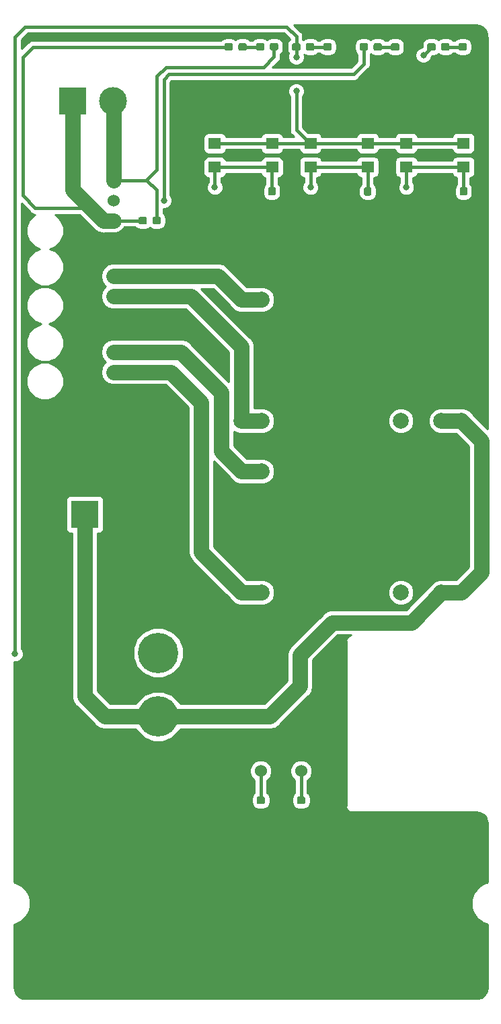
<source format=gbr>
G04 #@! TF.GenerationSoftware,KiCad,Pcbnew,(5.0.0)*
G04 #@! TF.CreationDate,2019-03-04T20:58:40-06:00*
G04 #@! TF.ProjectId,LightingBoard_Hardware,4C69676874696E67426F6172645F4861,rev?*
G04 #@! TF.SameCoordinates,Original*
G04 #@! TF.FileFunction,Copper,L1,Top,Signal*
G04 #@! TF.FilePolarity,Positive*
%FSLAX46Y46*%
G04 Gerber Fmt 4.6, Leading zero omitted, Abs format (unit mm)*
G04 Created by KiCad (PCBNEW (5.0.0)) date 03/04/19 20:58:40*
%MOMM*%
%LPD*%
G01*
G04 APERTURE LIST*
G04 #@! TA.AperFunction,ComponentPad*
%ADD10C,2.000000*%
G04 #@! TD*
G04 #@! TA.AperFunction,ComponentPad*
%ADD11C,5.080000*%
G04 #@! TD*
G04 #@! TA.AperFunction,Conductor*
%ADD12C,0.100000*%
G04 #@! TD*
G04 #@! TA.AperFunction,SMDPad,CuDef*
%ADD13C,0.950000*%
G04 #@! TD*
G04 #@! TA.AperFunction,ComponentPad*
%ADD14C,1.524000*%
G04 #@! TD*
G04 #@! TA.AperFunction,ComponentPad*
%ADD15C,3.500000*%
G04 #@! TD*
G04 #@! TA.AperFunction,ComponentPad*
%ADD16R,3.500000X3.500000*%
G04 #@! TD*
G04 #@! TA.AperFunction,SMDPad,CuDef*
%ADD17R,1.600000X1.400000*%
G04 #@! TD*
G04 #@! TA.AperFunction,ViaPad*
%ADD18C,0.800000*%
G04 #@! TD*
G04 #@! TA.AperFunction,Conductor*
%ADD19C,1.905000*%
G04 #@! TD*
G04 #@! TA.AperFunction,Conductor*
%ADD20C,0.381000*%
G04 #@! TD*
G04 #@! TA.AperFunction,Conductor*
%ADD21C,0.762000*%
G04 #@! TD*
G04 #@! TA.AperFunction,Conductor*
%ADD22C,0.250000*%
G04 #@! TD*
G04 #@! TA.AperFunction,Conductor*
%ADD23C,0.254000*%
G04 #@! TD*
G04 APERTURE END LIST*
D10*
G04 #@! TO.P,U2,13*
G04 #@! TO.N,/Headlight_V2+*
X130803116Y-75589000D03*
G04 #@! TO.P,U2,14*
X133343116Y-75589000D03*
G04 #@! TO.P,U2,12*
G04 #@! TO.N,/Headlight_V2-*
X130803116Y-60349000D03*
G04 #@! TO.P,U2,11*
X133343116Y-60349000D03*
G04 #@! TO.P,U2,21*
G04 #@! TO.N,Headlight_OnOff_PWM*
X150869116Y-75589000D03*
G04 #@! TO.P,U2,1*
G04 #@! TO.N,GND*
X158489116Y-60349000D03*
G04 #@! TO.P,U2,24*
G04 #@! TO.N,+12VA*
X158489116Y-75589000D03*
G04 #@! TO.P,U2,2*
G04 #@! TO.N,GND*
X155949116Y-60349000D03*
G04 #@! TO.P,U2,23*
G04 #@! TO.N,+12VA*
X155949116Y-75589000D03*
G04 #@! TD*
G04 #@! TO.P,U1,13*
G04 #@! TO.N,/Headlight_V1+*
X130803116Y-97179000D03*
G04 #@! TO.P,U1,14*
X133343116Y-97179000D03*
G04 #@! TO.P,U1,12*
G04 #@! TO.N,/Headlight_V1-*
X130803116Y-81939000D03*
G04 #@! TO.P,U1,11*
X133343116Y-81939000D03*
G04 #@! TO.P,U1,21*
G04 #@! TO.N,Headlight_OnOff_PWM*
X150869116Y-97179000D03*
G04 #@! TO.P,U1,1*
G04 #@! TO.N,GND*
X158489116Y-81939000D03*
G04 #@! TO.P,U1,24*
G04 #@! TO.N,+12VA*
X158489116Y-97179000D03*
G04 #@! TO.P,U1,2*
G04 #@! TO.N,GND*
X155949116Y-81939000D03*
G04 #@! TO.P,U1,23*
G04 #@! TO.N,+12VA*
X155949116Y-97179000D03*
G04 #@! TD*
D11*
G04 #@! TO.P,Conn1,3*
G04 #@! TO.N,+12VA*
X120294400Y-112775000D03*
G04 #@! TO.P,Conn1,2*
G04 #@! TO.N,Net-(C2-Pad1)*
X120294400Y-104776000D03*
G04 #@! TO.P,Conn1,1*
G04 #@! TO.N,GND*
X120294400Y-96775000D03*
G04 #@! TD*
D12*
G04 #@! TO.N,Net-(C2-Pad1)*
G04 #@! TO.C,C2*
G36*
X138613779Y-122843144D02*
X138636834Y-122846563D01*
X138659443Y-122852227D01*
X138681387Y-122860079D01*
X138702457Y-122870044D01*
X138722448Y-122882026D01*
X138741168Y-122895910D01*
X138758438Y-122911562D01*
X138774090Y-122928832D01*
X138787974Y-122947552D01*
X138799956Y-122967543D01*
X138809921Y-122988613D01*
X138817773Y-123010557D01*
X138823437Y-123033166D01*
X138826856Y-123056221D01*
X138828000Y-123079500D01*
X138828000Y-123554500D01*
X138826856Y-123577779D01*
X138823437Y-123600834D01*
X138817773Y-123623443D01*
X138809921Y-123645387D01*
X138799956Y-123666457D01*
X138787974Y-123686448D01*
X138774090Y-123705168D01*
X138758438Y-123722438D01*
X138741168Y-123738090D01*
X138722448Y-123751974D01*
X138702457Y-123763956D01*
X138681387Y-123773921D01*
X138659443Y-123781773D01*
X138636834Y-123787437D01*
X138613779Y-123790856D01*
X138590500Y-123792000D01*
X138015500Y-123792000D01*
X137992221Y-123790856D01*
X137969166Y-123787437D01*
X137946557Y-123781773D01*
X137924613Y-123773921D01*
X137903543Y-123763956D01*
X137883552Y-123751974D01*
X137864832Y-123738090D01*
X137847562Y-123722438D01*
X137831910Y-123705168D01*
X137818026Y-123686448D01*
X137806044Y-123666457D01*
X137796079Y-123645387D01*
X137788227Y-123623443D01*
X137782563Y-123600834D01*
X137779144Y-123577779D01*
X137778000Y-123554500D01*
X137778000Y-123079500D01*
X137779144Y-123056221D01*
X137782563Y-123033166D01*
X137788227Y-123010557D01*
X137796079Y-122988613D01*
X137806044Y-122967543D01*
X137818026Y-122947552D01*
X137831910Y-122928832D01*
X137847562Y-122911562D01*
X137864832Y-122895910D01*
X137883552Y-122882026D01*
X137903543Y-122870044D01*
X137924613Y-122860079D01*
X137946557Y-122852227D01*
X137969166Y-122846563D01*
X137992221Y-122843144D01*
X138015500Y-122842000D01*
X138590500Y-122842000D01*
X138613779Y-122843144D01*
X138613779Y-122843144D01*
G37*
D13*
G04 #@! TD*
G04 #@! TO.P,C2,1*
G04 #@! TO.N,Net-(C2-Pad1)*
X138303000Y-123317000D03*
D12*
G04 #@! TO.N,GND*
G04 #@! TO.C,C2*
G36*
X140363779Y-122843144D02*
X140386834Y-122846563D01*
X140409443Y-122852227D01*
X140431387Y-122860079D01*
X140452457Y-122870044D01*
X140472448Y-122882026D01*
X140491168Y-122895910D01*
X140508438Y-122911562D01*
X140524090Y-122928832D01*
X140537974Y-122947552D01*
X140549956Y-122967543D01*
X140559921Y-122988613D01*
X140567773Y-123010557D01*
X140573437Y-123033166D01*
X140576856Y-123056221D01*
X140578000Y-123079500D01*
X140578000Y-123554500D01*
X140576856Y-123577779D01*
X140573437Y-123600834D01*
X140567773Y-123623443D01*
X140559921Y-123645387D01*
X140549956Y-123666457D01*
X140537974Y-123686448D01*
X140524090Y-123705168D01*
X140508438Y-123722438D01*
X140491168Y-123738090D01*
X140472448Y-123751974D01*
X140452457Y-123763956D01*
X140431387Y-123773921D01*
X140409443Y-123781773D01*
X140386834Y-123787437D01*
X140363779Y-123790856D01*
X140340500Y-123792000D01*
X139765500Y-123792000D01*
X139742221Y-123790856D01*
X139719166Y-123787437D01*
X139696557Y-123781773D01*
X139674613Y-123773921D01*
X139653543Y-123763956D01*
X139633552Y-123751974D01*
X139614832Y-123738090D01*
X139597562Y-123722438D01*
X139581910Y-123705168D01*
X139568026Y-123686448D01*
X139556044Y-123666457D01*
X139546079Y-123645387D01*
X139538227Y-123623443D01*
X139532563Y-123600834D01*
X139529144Y-123577779D01*
X139528000Y-123554500D01*
X139528000Y-123079500D01*
X139529144Y-123056221D01*
X139532563Y-123033166D01*
X139538227Y-123010557D01*
X139546079Y-122988613D01*
X139556044Y-122967543D01*
X139568026Y-122947552D01*
X139581910Y-122928832D01*
X139597562Y-122911562D01*
X139614832Y-122895910D01*
X139633552Y-122882026D01*
X139653543Y-122870044D01*
X139674613Y-122860079D01*
X139696557Y-122852227D01*
X139719166Y-122846563D01*
X139742221Y-122843144D01*
X139765500Y-122842000D01*
X140340500Y-122842000D01*
X140363779Y-122843144D01*
X140363779Y-122843144D01*
G37*
D13*
G04 #@! TD*
G04 #@! TO.P,C2,2*
G04 #@! TO.N,GND*
X140053000Y-123317000D03*
D12*
G04 #@! TO.N,GND*
G04 #@! TO.C,C3*
G36*
X131783779Y-122843144D02*
X131806834Y-122846563D01*
X131829443Y-122852227D01*
X131851387Y-122860079D01*
X131872457Y-122870044D01*
X131892448Y-122882026D01*
X131911168Y-122895910D01*
X131928438Y-122911562D01*
X131944090Y-122928832D01*
X131957974Y-122947552D01*
X131969956Y-122967543D01*
X131979921Y-122988613D01*
X131987773Y-123010557D01*
X131993437Y-123033166D01*
X131996856Y-123056221D01*
X131998000Y-123079500D01*
X131998000Y-123554500D01*
X131996856Y-123577779D01*
X131993437Y-123600834D01*
X131987773Y-123623443D01*
X131979921Y-123645387D01*
X131969956Y-123666457D01*
X131957974Y-123686448D01*
X131944090Y-123705168D01*
X131928438Y-123722438D01*
X131911168Y-123738090D01*
X131892448Y-123751974D01*
X131872457Y-123763956D01*
X131851387Y-123773921D01*
X131829443Y-123781773D01*
X131806834Y-123787437D01*
X131783779Y-123790856D01*
X131760500Y-123792000D01*
X131185500Y-123792000D01*
X131162221Y-123790856D01*
X131139166Y-123787437D01*
X131116557Y-123781773D01*
X131094613Y-123773921D01*
X131073543Y-123763956D01*
X131053552Y-123751974D01*
X131034832Y-123738090D01*
X131017562Y-123722438D01*
X131001910Y-123705168D01*
X130988026Y-123686448D01*
X130976044Y-123666457D01*
X130966079Y-123645387D01*
X130958227Y-123623443D01*
X130952563Y-123600834D01*
X130949144Y-123577779D01*
X130948000Y-123554500D01*
X130948000Y-123079500D01*
X130949144Y-123056221D01*
X130952563Y-123033166D01*
X130958227Y-123010557D01*
X130966079Y-122988613D01*
X130976044Y-122967543D01*
X130988026Y-122947552D01*
X131001910Y-122928832D01*
X131017562Y-122911562D01*
X131034832Y-122895910D01*
X131053552Y-122882026D01*
X131073543Y-122870044D01*
X131094613Y-122860079D01*
X131116557Y-122852227D01*
X131139166Y-122846563D01*
X131162221Y-122843144D01*
X131185500Y-122842000D01*
X131760500Y-122842000D01*
X131783779Y-122843144D01*
X131783779Y-122843144D01*
G37*
D13*
G04 #@! TD*
G04 #@! TO.P,C3,2*
G04 #@! TO.N,GND*
X131473000Y-123317000D03*
D12*
G04 #@! TO.N,+5VL*
G04 #@! TO.C,C3*
G36*
X133533779Y-122843144D02*
X133556834Y-122846563D01*
X133579443Y-122852227D01*
X133601387Y-122860079D01*
X133622457Y-122870044D01*
X133642448Y-122882026D01*
X133661168Y-122895910D01*
X133678438Y-122911562D01*
X133694090Y-122928832D01*
X133707974Y-122947552D01*
X133719956Y-122967543D01*
X133729921Y-122988613D01*
X133737773Y-123010557D01*
X133743437Y-123033166D01*
X133746856Y-123056221D01*
X133748000Y-123079500D01*
X133748000Y-123554500D01*
X133746856Y-123577779D01*
X133743437Y-123600834D01*
X133737773Y-123623443D01*
X133729921Y-123645387D01*
X133719956Y-123666457D01*
X133707974Y-123686448D01*
X133694090Y-123705168D01*
X133678438Y-123722438D01*
X133661168Y-123738090D01*
X133642448Y-123751974D01*
X133622457Y-123763956D01*
X133601387Y-123773921D01*
X133579443Y-123781773D01*
X133556834Y-123787437D01*
X133533779Y-123790856D01*
X133510500Y-123792000D01*
X132935500Y-123792000D01*
X132912221Y-123790856D01*
X132889166Y-123787437D01*
X132866557Y-123781773D01*
X132844613Y-123773921D01*
X132823543Y-123763956D01*
X132803552Y-123751974D01*
X132784832Y-123738090D01*
X132767562Y-123722438D01*
X132751910Y-123705168D01*
X132738026Y-123686448D01*
X132726044Y-123666457D01*
X132716079Y-123645387D01*
X132708227Y-123623443D01*
X132702563Y-123600834D01*
X132699144Y-123577779D01*
X132698000Y-123554500D01*
X132698000Y-123079500D01*
X132699144Y-123056221D01*
X132702563Y-123033166D01*
X132708227Y-123010557D01*
X132716079Y-122988613D01*
X132726044Y-122967543D01*
X132738026Y-122947552D01*
X132751910Y-122928832D01*
X132767562Y-122911562D01*
X132784832Y-122895910D01*
X132803552Y-122882026D01*
X132823543Y-122870044D01*
X132844613Y-122860079D01*
X132866557Y-122852227D01*
X132889166Y-122846563D01*
X132912221Y-122843144D01*
X132935500Y-122842000D01*
X133510500Y-122842000D01*
X133533779Y-122843144D01*
X133533779Y-122843144D01*
G37*
D13*
G04 #@! TD*
G04 #@! TO.P,C3,1*
G04 #@! TO.N,+5VL*
X133223000Y-123317000D03*
D14*
G04 #@! TO.P,Conn2,1*
G04 #@! TO.N,/Headlight_V1+*
X114681000Y-69469000D03*
G04 #@! TO.P,Conn2,2*
G04 #@! TO.N,/Headlight_V1-*
X114681000Y-66929000D03*
G04 #@! TD*
G04 #@! TO.P,Conn3,2*
G04 #@! TO.N,/Headlight_V2-*
X114681000Y-57404000D03*
G04 #@! TO.P,Conn3,1*
G04 #@! TO.N,/Headlight_V2+*
X114681000Y-59944000D03*
G04 #@! TD*
G04 #@! TO.P,U4,1*
G04 #@! TO.N,Net-(C2-Pad1)*
X138303000Y-119634000D03*
G04 #@! TO.P,U4,2*
G04 #@! TO.N,GND*
X135763000Y-119634000D03*
G04 #@! TO.P,U4,3*
G04 #@! TO.N,+5VL*
X133223000Y-119634000D03*
G04 #@! TD*
D12*
G04 #@! TO.N,GND*
G04 #@! TO.C,D2*
G36*
X143691179Y-28101144D02*
X143714234Y-28104563D01*
X143736843Y-28110227D01*
X143758787Y-28118079D01*
X143779857Y-28128044D01*
X143799848Y-28140026D01*
X143818568Y-28153910D01*
X143835838Y-28169562D01*
X143851490Y-28186832D01*
X143865374Y-28205552D01*
X143877356Y-28225543D01*
X143887321Y-28246613D01*
X143895173Y-28268557D01*
X143900837Y-28291166D01*
X143904256Y-28314221D01*
X143905400Y-28337500D01*
X143905400Y-28812500D01*
X143904256Y-28835779D01*
X143900837Y-28858834D01*
X143895173Y-28881443D01*
X143887321Y-28903387D01*
X143877356Y-28924457D01*
X143865374Y-28944448D01*
X143851490Y-28963168D01*
X143835838Y-28980438D01*
X143818568Y-28996090D01*
X143799848Y-29009974D01*
X143779857Y-29021956D01*
X143758787Y-29031921D01*
X143736843Y-29039773D01*
X143714234Y-29045437D01*
X143691179Y-29048856D01*
X143667900Y-29050000D01*
X143092900Y-29050000D01*
X143069621Y-29048856D01*
X143046566Y-29045437D01*
X143023957Y-29039773D01*
X143002013Y-29031921D01*
X142980943Y-29021956D01*
X142960952Y-29009974D01*
X142942232Y-28996090D01*
X142924962Y-28980438D01*
X142909310Y-28963168D01*
X142895426Y-28944448D01*
X142883444Y-28924457D01*
X142873479Y-28903387D01*
X142865627Y-28881443D01*
X142859963Y-28858834D01*
X142856544Y-28835779D01*
X142855400Y-28812500D01*
X142855400Y-28337500D01*
X142856544Y-28314221D01*
X142859963Y-28291166D01*
X142865627Y-28268557D01*
X142873479Y-28246613D01*
X142883444Y-28225543D01*
X142895426Y-28205552D01*
X142909310Y-28186832D01*
X142924962Y-28169562D01*
X142942232Y-28153910D01*
X142960952Y-28140026D01*
X142980943Y-28128044D01*
X143002013Y-28118079D01*
X143023957Y-28110227D01*
X143046566Y-28104563D01*
X143069621Y-28101144D01*
X143092900Y-28100000D01*
X143667900Y-28100000D01*
X143691179Y-28101144D01*
X143691179Y-28101144D01*
G37*
D13*
G04 #@! TD*
G04 #@! TO.P,D2,1*
G04 #@! TO.N,GND*
X143380400Y-28575000D03*
D12*
G04 #@! TO.N,Net-(D2-Pad2)*
G04 #@! TO.C,D2*
G36*
X141941179Y-28101144D02*
X141964234Y-28104563D01*
X141986843Y-28110227D01*
X142008787Y-28118079D01*
X142029857Y-28128044D01*
X142049848Y-28140026D01*
X142068568Y-28153910D01*
X142085838Y-28169562D01*
X142101490Y-28186832D01*
X142115374Y-28205552D01*
X142127356Y-28225543D01*
X142137321Y-28246613D01*
X142145173Y-28268557D01*
X142150837Y-28291166D01*
X142154256Y-28314221D01*
X142155400Y-28337500D01*
X142155400Y-28812500D01*
X142154256Y-28835779D01*
X142150837Y-28858834D01*
X142145173Y-28881443D01*
X142137321Y-28903387D01*
X142127356Y-28924457D01*
X142115374Y-28944448D01*
X142101490Y-28963168D01*
X142085838Y-28980438D01*
X142068568Y-28996090D01*
X142049848Y-29009974D01*
X142029857Y-29021956D01*
X142008787Y-29031921D01*
X141986843Y-29039773D01*
X141964234Y-29045437D01*
X141941179Y-29048856D01*
X141917900Y-29050000D01*
X141342900Y-29050000D01*
X141319621Y-29048856D01*
X141296566Y-29045437D01*
X141273957Y-29039773D01*
X141252013Y-29031921D01*
X141230943Y-29021956D01*
X141210952Y-29009974D01*
X141192232Y-28996090D01*
X141174962Y-28980438D01*
X141159310Y-28963168D01*
X141145426Y-28944448D01*
X141133444Y-28924457D01*
X141123479Y-28903387D01*
X141115627Y-28881443D01*
X141109963Y-28858834D01*
X141106544Y-28835779D01*
X141105400Y-28812500D01*
X141105400Y-28337500D01*
X141106544Y-28314221D01*
X141109963Y-28291166D01*
X141115627Y-28268557D01*
X141123479Y-28246613D01*
X141133444Y-28225543D01*
X141145426Y-28205552D01*
X141159310Y-28186832D01*
X141174962Y-28169562D01*
X141192232Y-28153910D01*
X141210952Y-28140026D01*
X141230943Y-28128044D01*
X141252013Y-28118079D01*
X141273957Y-28110227D01*
X141296566Y-28104563D01*
X141319621Y-28101144D01*
X141342900Y-28100000D01*
X141917900Y-28100000D01*
X141941179Y-28101144D01*
X141941179Y-28101144D01*
G37*
D13*
G04 #@! TD*
G04 #@! TO.P,D2,2*
G04 #@! TO.N,Net-(D2-Pad2)*
X141630400Y-28575000D03*
D12*
G04 #@! TO.N,GND*
G04 #@! TO.C,D3*
G36*
X152200179Y-28101144D02*
X152223234Y-28104563D01*
X152245843Y-28110227D01*
X152267787Y-28118079D01*
X152288857Y-28128044D01*
X152308848Y-28140026D01*
X152327568Y-28153910D01*
X152344838Y-28169562D01*
X152360490Y-28186832D01*
X152374374Y-28205552D01*
X152386356Y-28225543D01*
X152396321Y-28246613D01*
X152404173Y-28268557D01*
X152409837Y-28291166D01*
X152413256Y-28314221D01*
X152414400Y-28337500D01*
X152414400Y-28812500D01*
X152413256Y-28835779D01*
X152409837Y-28858834D01*
X152404173Y-28881443D01*
X152396321Y-28903387D01*
X152386356Y-28924457D01*
X152374374Y-28944448D01*
X152360490Y-28963168D01*
X152344838Y-28980438D01*
X152327568Y-28996090D01*
X152308848Y-29009974D01*
X152288857Y-29021956D01*
X152267787Y-29031921D01*
X152245843Y-29039773D01*
X152223234Y-29045437D01*
X152200179Y-29048856D01*
X152176900Y-29050000D01*
X151601900Y-29050000D01*
X151578621Y-29048856D01*
X151555566Y-29045437D01*
X151532957Y-29039773D01*
X151511013Y-29031921D01*
X151489943Y-29021956D01*
X151469952Y-29009974D01*
X151451232Y-28996090D01*
X151433962Y-28980438D01*
X151418310Y-28963168D01*
X151404426Y-28944448D01*
X151392444Y-28924457D01*
X151382479Y-28903387D01*
X151374627Y-28881443D01*
X151368963Y-28858834D01*
X151365544Y-28835779D01*
X151364400Y-28812500D01*
X151364400Y-28337500D01*
X151365544Y-28314221D01*
X151368963Y-28291166D01*
X151374627Y-28268557D01*
X151382479Y-28246613D01*
X151392444Y-28225543D01*
X151404426Y-28205552D01*
X151418310Y-28186832D01*
X151433962Y-28169562D01*
X151451232Y-28153910D01*
X151469952Y-28140026D01*
X151489943Y-28128044D01*
X151511013Y-28118079D01*
X151532957Y-28110227D01*
X151555566Y-28104563D01*
X151578621Y-28101144D01*
X151601900Y-28100000D01*
X152176900Y-28100000D01*
X152200179Y-28101144D01*
X152200179Y-28101144D01*
G37*
D13*
G04 #@! TD*
G04 #@! TO.P,D3,1*
G04 #@! TO.N,GND*
X151889400Y-28575000D03*
D12*
G04 #@! TO.N,Net-(D3-Pad2)*
G04 #@! TO.C,D3*
G36*
X150450179Y-28101144D02*
X150473234Y-28104563D01*
X150495843Y-28110227D01*
X150517787Y-28118079D01*
X150538857Y-28128044D01*
X150558848Y-28140026D01*
X150577568Y-28153910D01*
X150594838Y-28169562D01*
X150610490Y-28186832D01*
X150624374Y-28205552D01*
X150636356Y-28225543D01*
X150646321Y-28246613D01*
X150654173Y-28268557D01*
X150659837Y-28291166D01*
X150663256Y-28314221D01*
X150664400Y-28337500D01*
X150664400Y-28812500D01*
X150663256Y-28835779D01*
X150659837Y-28858834D01*
X150654173Y-28881443D01*
X150646321Y-28903387D01*
X150636356Y-28924457D01*
X150624374Y-28944448D01*
X150610490Y-28963168D01*
X150594838Y-28980438D01*
X150577568Y-28996090D01*
X150558848Y-29009974D01*
X150538857Y-29021956D01*
X150517787Y-29031921D01*
X150495843Y-29039773D01*
X150473234Y-29045437D01*
X150450179Y-29048856D01*
X150426900Y-29050000D01*
X149851900Y-29050000D01*
X149828621Y-29048856D01*
X149805566Y-29045437D01*
X149782957Y-29039773D01*
X149761013Y-29031921D01*
X149739943Y-29021956D01*
X149719952Y-29009974D01*
X149701232Y-28996090D01*
X149683962Y-28980438D01*
X149668310Y-28963168D01*
X149654426Y-28944448D01*
X149642444Y-28924457D01*
X149632479Y-28903387D01*
X149624627Y-28881443D01*
X149618963Y-28858834D01*
X149615544Y-28835779D01*
X149614400Y-28812500D01*
X149614400Y-28337500D01*
X149615544Y-28314221D01*
X149618963Y-28291166D01*
X149624627Y-28268557D01*
X149632479Y-28246613D01*
X149642444Y-28225543D01*
X149654426Y-28205552D01*
X149668310Y-28186832D01*
X149683962Y-28169562D01*
X149701232Y-28153910D01*
X149719952Y-28140026D01*
X149739943Y-28128044D01*
X149761013Y-28118079D01*
X149782957Y-28110227D01*
X149805566Y-28104563D01*
X149828621Y-28101144D01*
X149851900Y-28100000D01*
X150426900Y-28100000D01*
X150450179Y-28101144D01*
X150450179Y-28101144D01*
G37*
D13*
G04 #@! TD*
G04 #@! TO.P,D3,2*
G04 #@! TO.N,Net-(D3-Pad2)*
X150139400Y-28575000D03*
D12*
G04 #@! TO.N,Net-(D4-Pad2)*
G04 #@! TO.C,D4*
G36*
X158959179Y-28101144D02*
X158982234Y-28104563D01*
X159004843Y-28110227D01*
X159026787Y-28118079D01*
X159047857Y-28128044D01*
X159067848Y-28140026D01*
X159086568Y-28153910D01*
X159103838Y-28169562D01*
X159119490Y-28186832D01*
X159133374Y-28205552D01*
X159145356Y-28225543D01*
X159155321Y-28246613D01*
X159163173Y-28268557D01*
X159168837Y-28291166D01*
X159172256Y-28314221D01*
X159173400Y-28337500D01*
X159173400Y-28812500D01*
X159172256Y-28835779D01*
X159168837Y-28858834D01*
X159163173Y-28881443D01*
X159155321Y-28903387D01*
X159145356Y-28924457D01*
X159133374Y-28944448D01*
X159119490Y-28963168D01*
X159103838Y-28980438D01*
X159086568Y-28996090D01*
X159067848Y-29009974D01*
X159047857Y-29021956D01*
X159026787Y-29031921D01*
X159004843Y-29039773D01*
X158982234Y-29045437D01*
X158959179Y-29048856D01*
X158935900Y-29050000D01*
X158360900Y-29050000D01*
X158337621Y-29048856D01*
X158314566Y-29045437D01*
X158291957Y-29039773D01*
X158270013Y-29031921D01*
X158248943Y-29021956D01*
X158228952Y-29009974D01*
X158210232Y-28996090D01*
X158192962Y-28980438D01*
X158177310Y-28963168D01*
X158163426Y-28944448D01*
X158151444Y-28924457D01*
X158141479Y-28903387D01*
X158133627Y-28881443D01*
X158127963Y-28858834D01*
X158124544Y-28835779D01*
X158123400Y-28812500D01*
X158123400Y-28337500D01*
X158124544Y-28314221D01*
X158127963Y-28291166D01*
X158133627Y-28268557D01*
X158141479Y-28246613D01*
X158151444Y-28225543D01*
X158163426Y-28205552D01*
X158177310Y-28186832D01*
X158192962Y-28169562D01*
X158210232Y-28153910D01*
X158228952Y-28140026D01*
X158248943Y-28128044D01*
X158270013Y-28118079D01*
X158291957Y-28110227D01*
X158314566Y-28104563D01*
X158337621Y-28101144D01*
X158360900Y-28100000D01*
X158935900Y-28100000D01*
X158959179Y-28101144D01*
X158959179Y-28101144D01*
G37*
D13*
G04 #@! TD*
G04 #@! TO.P,D4,2*
G04 #@! TO.N,Net-(D4-Pad2)*
X158648400Y-28575000D03*
D12*
G04 #@! TO.N,GND*
G04 #@! TO.C,D4*
G36*
X160709179Y-28101144D02*
X160732234Y-28104563D01*
X160754843Y-28110227D01*
X160776787Y-28118079D01*
X160797857Y-28128044D01*
X160817848Y-28140026D01*
X160836568Y-28153910D01*
X160853838Y-28169562D01*
X160869490Y-28186832D01*
X160883374Y-28205552D01*
X160895356Y-28225543D01*
X160905321Y-28246613D01*
X160913173Y-28268557D01*
X160918837Y-28291166D01*
X160922256Y-28314221D01*
X160923400Y-28337500D01*
X160923400Y-28812500D01*
X160922256Y-28835779D01*
X160918837Y-28858834D01*
X160913173Y-28881443D01*
X160905321Y-28903387D01*
X160895356Y-28924457D01*
X160883374Y-28944448D01*
X160869490Y-28963168D01*
X160853838Y-28980438D01*
X160836568Y-28996090D01*
X160817848Y-29009974D01*
X160797857Y-29021956D01*
X160776787Y-29031921D01*
X160754843Y-29039773D01*
X160732234Y-29045437D01*
X160709179Y-29048856D01*
X160685900Y-29050000D01*
X160110900Y-29050000D01*
X160087621Y-29048856D01*
X160064566Y-29045437D01*
X160041957Y-29039773D01*
X160020013Y-29031921D01*
X159998943Y-29021956D01*
X159978952Y-29009974D01*
X159960232Y-28996090D01*
X159942962Y-28980438D01*
X159927310Y-28963168D01*
X159913426Y-28944448D01*
X159901444Y-28924457D01*
X159891479Y-28903387D01*
X159883627Y-28881443D01*
X159877963Y-28858834D01*
X159874544Y-28835779D01*
X159873400Y-28812500D01*
X159873400Y-28337500D01*
X159874544Y-28314221D01*
X159877963Y-28291166D01*
X159883627Y-28268557D01*
X159891479Y-28246613D01*
X159901444Y-28225543D01*
X159913426Y-28205552D01*
X159927310Y-28186832D01*
X159942962Y-28169562D01*
X159960232Y-28153910D01*
X159978952Y-28140026D01*
X159998943Y-28128044D01*
X160020013Y-28118079D01*
X160041957Y-28110227D01*
X160064566Y-28104563D01*
X160087621Y-28101144D01*
X160110900Y-28100000D01*
X160685900Y-28100000D01*
X160709179Y-28101144D01*
X160709179Y-28101144D01*
G37*
D13*
G04 #@! TD*
G04 #@! TO.P,D4,1*
G04 #@! TO.N,GND*
X160398400Y-28575000D03*
D12*
G04 #@! TO.N,+5VA*
G04 #@! TO.C,R1*
G36*
X129495179Y-28101144D02*
X129518234Y-28104563D01*
X129540843Y-28110227D01*
X129562787Y-28118079D01*
X129583857Y-28128044D01*
X129603848Y-28140026D01*
X129622568Y-28153910D01*
X129639838Y-28169562D01*
X129655490Y-28186832D01*
X129669374Y-28205552D01*
X129681356Y-28225543D01*
X129691321Y-28246613D01*
X129699173Y-28268557D01*
X129704837Y-28291166D01*
X129708256Y-28314221D01*
X129709400Y-28337500D01*
X129709400Y-28812500D01*
X129708256Y-28835779D01*
X129704837Y-28858834D01*
X129699173Y-28881443D01*
X129691321Y-28903387D01*
X129681356Y-28924457D01*
X129669374Y-28944448D01*
X129655490Y-28963168D01*
X129639838Y-28980438D01*
X129622568Y-28996090D01*
X129603848Y-29009974D01*
X129583857Y-29021956D01*
X129562787Y-29031921D01*
X129540843Y-29039773D01*
X129518234Y-29045437D01*
X129495179Y-29048856D01*
X129471900Y-29050000D01*
X128896900Y-29050000D01*
X128873621Y-29048856D01*
X128850566Y-29045437D01*
X128827957Y-29039773D01*
X128806013Y-29031921D01*
X128784943Y-29021956D01*
X128764952Y-29009974D01*
X128746232Y-28996090D01*
X128728962Y-28980438D01*
X128713310Y-28963168D01*
X128699426Y-28944448D01*
X128687444Y-28924457D01*
X128677479Y-28903387D01*
X128669627Y-28881443D01*
X128663963Y-28858834D01*
X128660544Y-28835779D01*
X128659400Y-28812500D01*
X128659400Y-28337500D01*
X128660544Y-28314221D01*
X128663963Y-28291166D01*
X128669627Y-28268557D01*
X128677479Y-28246613D01*
X128687444Y-28225543D01*
X128699426Y-28205552D01*
X128713310Y-28186832D01*
X128728962Y-28169562D01*
X128746232Y-28153910D01*
X128764952Y-28140026D01*
X128784943Y-28128044D01*
X128806013Y-28118079D01*
X128827957Y-28110227D01*
X128850566Y-28104563D01*
X128873621Y-28101144D01*
X128896900Y-28100000D01*
X129471900Y-28100000D01*
X129495179Y-28101144D01*
X129495179Y-28101144D01*
G37*
D13*
G04 #@! TD*
G04 #@! TO.P,R1,1*
G04 #@! TO.N,+5VA*
X129184400Y-28575000D03*
D12*
G04 #@! TO.N,Net-(D1-Pad2)*
G04 #@! TO.C,R1*
G36*
X131245179Y-28101144D02*
X131268234Y-28104563D01*
X131290843Y-28110227D01*
X131312787Y-28118079D01*
X131333857Y-28128044D01*
X131353848Y-28140026D01*
X131372568Y-28153910D01*
X131389838Y-28169562D01*
X131405490Y-28186832D01*
X131419374Y-28205552D01*
X131431356Y-28225543D01*
X131441321Y-28246613D01*
X131449173Y-28268557D01*
X131454837Y-28291166D01*
X131458256Y-28314221D01*
X131459400Y-28337500D01*
X131459400Y-28812500D01*
X131458256Y-28835779D01*
X131454837Y-28858834D01*
X131449173Y-28881443D01*
X131441321Y-28903387D01*
X131431356Y-28924457D01*
X131419374Y-28944448D01*
X131405490Y-28963168D01*
X131389838Y-28980438D01*
X131372568Y-28996090D01*
X131353848Y-29009974D01*
X131333857Y-29021956D01*
X131312787Y-29031921D01*
X131290843Y-29039773D01*
X131268234Y-29045437D01*
X131245179Y-29048856D01*
X131221900Y-29050000D01*
X130646900Y-29050000D01*
X130623621Y-29048856D01*
X130600566Y-29045437D01*
X130577957Y-29039773D01*
X130556013Y-29031921D01*
X130534943Y-29021956D01*
X130514952Y-29009974D01*
X130496232Y-28996090D01*
X130478962Y-28980438D01*
X130463310Y-28963168D01*
X130449426Y-28944448D01*
X130437444Y-28924457D01*
X130427479Y-28903387D01*
X130419627Y-28881443D01*
X130413963Y-28858834D01*
X130410544Y-28835779D01*
X130409400Y-28812500D01*
X130409400Y-28337500D01*
X130410544Y-28314221D01*
X130413963Y-28291166D01*
X130419627Y-28268557D01*
X130427479Y-28246613D01*
X130437444Y-28225543D01*
X130449426Y-28205552D01*
X130463310Y-28186832D01*
X130478962Y-28169562D01*
X130496232Y-28153910D01*
X130514952Y-28140026D01*
X130534943Y-28128044D01*
X130556013Y-28118079D01*
X130577957Y-28110227D01*
X130600566Y-28104563D01*
X130623621Y-28101144D01*
X130646900Y-28100000D01*
X131221900Y-28100000D01*
X131245179Y-28101144D01*
X131245179Y-28101144D01*
G37*
D13*
G04 #@! TD*
G04 #@! TO.P,R1,2*
G04 #@! TO.N,Net-(D1-Pad2)*
X130934400Y-28575000D03*
D12*
G04 #@! TO.N,Net-(D2-Pad2)*
G04 #@! TO.C,R2*
G36*
X139754179Y-28101144D02*
X139777234Y-28104563D01*
X139799843Y-28110227D01*
X139821787Y-28118079D01*
X139842857Y-28128044D01*
X139862848Y-28140026D01*
X139881568Y-28153910D01*
X139898838Y-28169562D01*
X139914490Y-28186832D01*
X139928374Y-28205552D01*
X139940356Y-28225543D01*
X139950321Y-28246613D01*
X139958173Y-28268557D01*
X139963837Y-28291166D01*
X139967256Y-28314221D01*
X139968400Y-28337500D01*
X139968400Y-28812500D01*
X139967256Y-28835779D01*
X139963837Y-28858834D01*
X139958173Y-28881443D01*
X139950321Y-28903387D01*
X139940356Y-28924457D01*
X139928374Y-28944448D01*
X139914490Y-28963168D01*
X139898838Y-28980438D01*
X139881568Y-28996090D01*
X139862848Y-29009974D01*
X139842857Y-29021956D01*
X139821787Y-29031921D01*
X139799843Y-29039773D01*
X139777234Y-29045437D01*
X139754179Y-29048856D01*
X139730900Y-29050000D01*
X139155900Y-29050000D01*
X139132621Y-29048856D01*
X139109566Y-29045437D01*
X139086957Y-29039773D01*
X139065013Y-29031921D01*
X139043943Y-29021956D01*
X139023952Y-29009974D01*
X139005232Y-28996090D01*
X138987962Y-28980438D01*
X138972310Y-28963168D01*
X138958426Y-28944448D01*
X138946444Y-28924457D01*
X138936479Y-28903387D01*
X138928627Y-28881443D01*
X138922963Y-28858834D01*
X138919544Y-28835779D01*
X138918400Y-28812500D01*
X138918400Y-28337500D01*
X138919544Y-28314221D01*
X138922963Y-28291166D01*
X138928627Y-28268557D01*
X138936479Y-28246613D01*
X138946444Y-28225543D01*
X138958426Y-28205552D01*
X138972310Y-28186832D01*
X138987962Y-28169562D01*
X139005232Y-28153910D01*
X139023952Y-28140026D01*
X139043943Y-28128044D01*
X139065013Y-28118079D01*
X139086957Y-28110227D01*
X139109566Y-28104563D01*
X139132621Y-28101144D01*
X139155900Y-28100000D01*
X139730900Y-28100000D01*
X139754179Y-28101144D01*
X139754179Y-28101144D01*
G37*
D13*
G04 #@! TD*
G04 #@! TO.P,R2,2*
G04 #@! TO.N,Net-(D2-Pad2)*
X139443400Y-28575000D03*
D12*
G04 #@! TO.N,+5VL*
G04 #@! TO.C,R2*
G36*
X138004179Y-28101144D02*
X138027234Y-28104563D01*
X138049843Y-28110227D01*
X138071787Y-28118079D01*
X138092857Y-28128044D01*
X138112848Y-28140026D01*
X138131568Y-28153910D01*
X138148838Y-28169562D01*
X138164490Y-28186832D01*
X138178374Y-28205552D01*
X138190356Y-28225543D01*
X138200321Y-28246613D01*
X138208173Y-28268557D01*
X138213837Y-28291166D01*
X138217256Y-28314221D01*
X138218400Y-28337500D01*
X138218400Y-28812500D01*
X138217256Y-28835779D01*
X138213837Y-28858834D01*
X138208173Y-28881443D01*
X138200321Y-28903387D01*
X138190356Y-28924457D01*
X138178374Y-28944448D01*
X138164490Y-28963168D01*
X138148838Y-28980438D01*
X138131568Y-28996090D01*
X138112848Y-29009974D01*
X138092857Y-29021956D01*
X138071787Y-29031921D01*
X138049843Y-29039773D01*
X138027234Y-29045437D01*
X138004179Y-29048856D01*
X137980900Y-29050000D01*
X137405900Y-29050000D01*
X137382621Y-29048856D01*
X137359566Y-29045437D01*
X137336957Y-29039773D01*
X137315013Y-29031921D01*
X137293943Y-29021956D01*
X137273952Y-29009974D01*
X137255232Y-28996090D01*
X137237962Y-28980438D01*
X137222310Y-28963168D01*
X137208426Y-28944448D01*
X137196444Y-28924457D01*
X137186479Y-28903387D01*
X137178627Y-28881443D01*
X137172963Y-28858834D01*
X137169544Y-28835779D01*
X137168400Y-28812500D01*
X137168400Y-28337500D01*
X137169544Y-28314221D01*
X137172963Y-28291166D01*
X137178627Y-28268557D01*
X137186479Y-28246613D01*
X137196444Y-28225543D01*
X137208426Y-28205552D01*
X137222310Y-28186832D01*
X137237962Y-28169562D01*
X137255232Y-28153910D01*
X137273952Y-28140026D01*
X137293943Y-28128044D01*
X137315013Y-28118079D01*
X137336957Y-28110227D01*
X137359566Y-28104563D01*
X137382621Y-28101144D01*
X137405900Y-28100000D01*
X137980900Y-28100000D01*
X138004179Y-28101144D01*
X138004179Y-28101144D01*
G37*
D13*
G04 #@! TD*
G04 #@! TO.P,R2,1*
G04 #@! TO.N,+5VL*
X137693400Y-28575000D03*
D12*
G04 #@! TO.N,Net-(D3-Pad2)*
G04 #@! TO.C,R3*
G36*
X148263179Y-28101144D02*
X148286234Y-28104563D01*
X148308843Y-28110227D01*
X148330787Y-28118079D01*
X148351857Y-28128044D01*
X148371848Y-28140026D01*
X148390568Y-28153910D01*
X148407838Y-28169562D01*
X148423490Y-28186832D01*
X148437374Y-28205552D01*
X148449356Y-28225543D01*
X148459321Y-28246613D01*
X148467173Y-28268557D01*
X148472837Y-28291166D01*
X148476256Y-28314221D01*
X148477400Y-28337500D01*
X148477400Y-28812500D01*
X148476256Y-28835779D01*
X148472837Y-28858834D01*
X148467173Y-28881443D01*
X148459321Y-28903387D01*
X148449356Y-28924457D01*
X148437374Y-28944448D01*
X148423490Y-28963168D01*
X148407838Y-28980438D01*
X148390568Y-28996090D01*
X148371848Y-29009974D01*
X148351857Y-29021956D01*
X148330787Y-29031921D01*
X148308843Y-29039773D01*
X148286234Y-29045437D01*
X148263179Y-29048856D01*
X148239900Y-29050000D01*
X147664900Y-29050000D01*
X147641621Y-29048856D01*
X147618566Y-29045437D01*
X147595957Y-29039773D01*
X147574013Y-29031921D01*
X147552943Y-29021956D01*
X147532952Y-29009974D01*
X147514232Y-28996090D01*
X147496962Y-28980438D01*
X147481310Y-28963168D01*
X147467426Y-28944448D01*
X147455444Y-28924457D01*
X147445479Y-28903387D01*
X147437627Y-28881443D01*
X147431963Y-28858834D01*
X147428544Y-28835779D01*
X147427400Y-28812500D01*
X147427400Y-28337500D01*
X147428544Y-28314221D01*
X147431963Y-28291166D01*
X147437627Y-28268557D01*
X147445479Y-28246613D01*
X147455444Y-28225543D01*
X147467426Y-28205552D01*
X147481310Y-28186832D01*
X147496962Y-28169562D01*
X147514232Y-28153910D01*
X147532952Y-28140026D01*
X147552943Y-28128044D01*
X147574013Y-28118079D01*
X147595957Y-28110227D01*
X147618566Y-28104563D01*
X147641621Y-28101144D01*
X147664900Y-28100000D01*
X148239900Y-28100000D01*
X148263179Y-28101144D01*
X148263179Y-28101144D01*
G37*
D13*
G04 #@! TD*
G04 #@! TO.P,R3,2*
G04 #@! TO.N,Net-(D3-Pad2)*
X147952400Y-28575000D03*
D12*
G04 #@! TO.N,Dout_NeoPixel*
G04 #@! TO.C,R3*
G36*
X146513179Y-28101144D02*
X146536234Y-28104563D01*
X146558843Y-28110227D01*
X146580787Y-28118079D01*
X146601857Y-28128044D01*
X146621848Y-28140026D01*
X146640568Y-28153910D01*
X146657838Y-28169562D01*
X146673490Y-28186832D01*
X146687374Y-28205552D01*
X146699356Y-28225543D01*
X146709321Y-28246613D01*
X146717173Y-28268557D01*
X146722837Y-28291166D01*
X146726256Y-28314221D01*
X146727400Y-28337500D01*
X146727400Y-28812500D01*
X146726256Y-28835779D01*
X146722837Y-28858834D01*
X146717173Y-28881443D01*
X146709321Y-28903387D01*
X146699356Y-28924457D01*
X146687374Y-28944448D01*
X146673490Y-28963168D01*
X146657838Y-28980438D01*
X146640568Y-28996090D01*
X146621848Y-29009974D01*
X146601857Y-29021956D01*
X146580787Y-29031921D01*
X146558843Y-29039773D01*
X146536234Y-29045437D01*
X146513179Y-29048856D01*
X146489900Y-29050000D01*
X145914900Y-29050000D01*
X145891621Y-29048856D01*
X145868566Y-29045437D01*
X145845957Y-29039773D01*
X145824013Y-29031921D01*
X145802943Y-29021956D01*
X145782952Y-29009974D01*
X145764232Y-28996090D01*
X145746962Y-28980438D01*
X145731310Y-28963168D01*
X145717426Y-28944448D01*
X145705444Y-28924457D01*
X145695479Y-28903387D01*
X145687627Y-28881443D01*
X145681963Y-28858834D01*
X145678544Y-28835779D01*
X145677400Y-28812500D01*
X145677400Y-28337500D01*
X145678544Y-28314221D01*
X145681963Y-28291166D01*
X145687627Y-28268557D01*
X145695479Y-28246613D01*
X145705444Y-28225543D01*
X145717426Y-28205552D01*
X145731310Y-28186832D01*
X145746962Y-28169562D01*
X145764232Y-28153910D01*
X145782952Y-28140026D01*
X145802943Y-28128044D01*
X145824013Y-28118079D01*
X145845957Y-28110227D01*
X145868566Y-28104563D01*
X145891621Y-28101144D01*
X145914900Y-28100000D01*
X146489900Y-28100000D01*
X146513179Y-28101144D01*
X146513179Y-28101144D01*
G37*
D13*
G04 #@! TD*
G04 #@! TO.P,R3,1*
G04 #@! TO.N,Dout_NeoPixel*
X146202400Y-28575000D03*
D12*
G04 #@! TO.N,Headlight_OnOff_PWM*
G04 #@! TO.C,R4*
G36*
X155022179Y-28101144D02*
X155045234Y-28104563D01*
X155067843Y-28110227D01*
X155089787Y-28118079D01*
X155110857Y-28128044D01*
X155130848Y-28140026D01*
X155149568Y-28153910D01*
X155166838Y-28169562D01*
X155182490Y-28186832D01*
X155196374Y-28205552D01*
X155208356Y-28225543D01*
X155218321Y-28246613D01*
X155226173Y-28268557D01*
X155231837Y-28291166D01*
X155235256Y-28314221D01*
X155236400Y-28337500D01*
X155236400Y-28812500D01*
X155235256Y-28835779D01*
X155231837Y-28858834D01*
X155226173Y-28881443D01*
X155218321Y-28903387D01*
X155208356Y-28924457D01*
X155196374Y-28944448D01*
X155182490Y-28963168D01*
X155166838Y-28980438D01*
X155149568Y-28996090D01*
X155130848Y-29009974D01*
X155110857Y-29021956D01*
X155089787Y-29031921D01*
X155067843Y-29039773D01*
X155045234Y-29045437D01*
X155022179Y-29048856D01*
X154998900Y-29050000D01*
X154423900Y-29050000D01*
X154400621Y-29048856D01*
X154377566Y-29045437D01*
X154354957Y-29039773D01*
X154333013Y-29031921D01*
X154311943Y-29021956D01*
X154291952Y-29009974D01*
X154273232Y-28996090D01*
X154255962Y-28980438D01*
X154240310Y-28963168D01*
X154226426Y-28944448D01*
X154214444Y-28924457D01*
X154204479Y-28903387D01*
X154196627Y-28881443D01*
X154190963Y-28858834D01*
X154187544Y-28835779D01*
X154186400Y-28812500D01*
X154186400Y-28337500D01*
X154187544Y-28314221D01*
X154190963Y-28291166D01*
X154196627Y-28268557D01*
X154204479Y-28246613D01*
X154214444Y-28225543D01*
X154226426Y-28205552D01*
X154240310Y-28186832D01*
X154255962Y-28169562D01*
X154273232Y-28153910D01*
X154291952Y-28140026D01*
X154311943Y-28128044D01*
X154333013Y-28118079D01*
X154354957Y-28110227D01*
X154377566Y-28104563D01*
X154400621Y-28101144D01*
X154423900Y-28100000D01*
X154998900Y-28100000D01*
X155022179Y-28101144D01*
X155022179Y-28101144D01*
G37*
D13*
G04 #@! TD*
G04 #@! TO.P,R4,1*
G04 #@! TO.N,Headlight_OnOff_PWM*
X154711400Y-28575000D03*
D12*
G04 #@! TO.N,Net-(D4-Pad2)*
G04 #@! TO.C,R4*
G36*
X156772179Y-28101144D02*
X156795234Y-28104563D01*
X156817843Y-28110227D01*
X156839787Y-28118079D01*
X156860857Y-28128044D01*
X156880848Y-28140026D01*
X156899568Y-28153910D01*
X156916838Y-28169562D01*
X156932490Y-28186832D01*
X156946374Y-28205552D01*
X156958356Y-28225543D01*
X156968321Y-28246613D01*
X156976173Y-28268557D01*
X156981837Y-28291166D01*
X156985256Y-28314221D01*
X156986400Y-28337500D01*
X156986400Y-28812500D01*
X156985256Y-28835779D01*
X156981837Y-28858834D01*
X156976173Y-28881443D01*
X156968321Y-28903387D01*
X156958356Y-28924457D01*
X156946374Y-28944448D01*
X156932490Y-28963168D01*
X156916838Y-28980438D01*
X156899568Y-28996090D01*
X156880848Y-29009974D01*
X156860857Y-29021956D01*
X156839787Y-29031921D01*
X156817843Y-29039773D01*
X156795234Y-29045437D01*
X156772179Y-29048856D01*
X156748900Y-29050000D01*
X156173900Y-29050000D01*
X156150621Y-29048856D01*
X156127566Y-29045437D01*
X156104957Y-29039773D01*
X156083013Y-29031921D01*
X156061943Y-29021956D01*
X156041952Y-29009974D01*
X156023232Y-28996090D01*
X156005962Y-28980438D01*
X155990310Y-28963168D01*
X155976426Y-28944448D01*
X155964444Y-28924457D01*
X155954479Y-28903387D01*
X155946627Y-28881443D01*
X155940963Y-28858834D01*
X155937544Y-28835779D01*
X155936400Y-28812500D01*
X155936400Y-28337500D01*
X155937544Y-28314221D01*
X155940963Y-28291166D01*
X155946627Y-28268557D01*
X155954479Y-28246613D01*
X155964444Y-28225543D01*
X155976426Y-28205552D01*
X155990310Y-28186832D01*
X156005962Y-28169562D01*
X156023232Y-28153910D01*
X156041952Y-28140026D01*
X156061943Y-28128044D01*
X156083013Y-28118079D01*
X156104957Y-28110227D01*
X156127566Y-28104563D01*
X156150621Y-28101144D01*
X156173900Y-28100000D01*
X156748900Y-28100000D01*
X156772179Y-28101144D01*
X156772179Y-28101144D01*
G37*
D13*
G04 #@! TD*
G04 #@! TO.P,R4,2*
G04 #@! TO.N,Net-(D4-Pad2)*
X156461400Y-28575000D03*
D12*
G04 #@! TO.N,+5VA*
G04 #@! TO.C,C1*
G36*
X118674779Y-49945144D02*
X118697834Y-49948563D01*
X118720443Y-49954227D01*
X118742387Y-49962079D01*
X118763457Y-49972044D01*
X118783448Y-49984026D01*
X118802168Y-49997910D01*
X118819438Y-50013562D01*
X118835090Y-50030832D01*
X118848974Y-50049552D01*
X118860956Y-50069543D01*
X118870921Y-50090613D01*
X118878773Y-50112557D01*
X118884437Y-50135166D01*
X118887856Y-50158221D01*
X118889000Y-50181500D01*
X118889000Y-50656500D01*
X118887856Y-50679779D01*
X118884437Y-50702834D01*
X118878773Y-50725443D01*
X118870921Y-50747387D01*
X118860956Y-50768457D01*
X118848974Y-50788448D01*
X118835090Y-50807168D01*
X118819438Y-50824438D01*
X118802168Y-50840090D01*
X118783448Y-50853974D01*
X118763457Y-50865956D01*
X118742387Y-50875921D01*
X118720443Y-50883773D01*
X118697834Y-50889437D01*
X118674779Y-50892856D01*
X118651500Y-50894000D01*
X118076500Y-50894000D01*
X118053221Y-50892856D01*
X118030166Y-50889437D01*
X118007557Y-50883773D01*
X117985613Y-50875921D01*
X117964543Y-50865956D01*
X117944552Y-50853974D01*
X117925832Y-50840090D01*
X117908562Y-50824438D01*
X117892910Y-50807168D01*
X117879026Y-50788448D01*
X117867044Y-50768457D01*
X117857079Y-50747387D01*
X117849227Y-50725443D01*
X117843563Y-50702834D01*
X117840144Y-50679779D01*
X117839000Y-50656500D01*
X117839000Y-50181500D01*
X117840144Y-50158221D01*
X117843563Y-50135166D01*
X117849227Y-50112557D01*
X117857079Y-50090613D01*
X117867044Y-50069543D01*
X117879026Y-50049552D01*
X117892910Y-50030832D01*
X117908562Y-50013562D01*
X117925832Y-49997910D01*
X117944552Y-49984026D01*
X117964543Y-49972044D01*
X117985613Y-49962079D01*
X118007557Y-49954227D01*
X118030166Y-49948563D01*
X118053221Y-49945144D01*
X118076500Y-49944000D01*
X118651500Y-49944000D01*
X118674779Y-49945144D01*
X118674779Y-49945144D01*
G37*
D13*
G04 #@! TD*
G04 #@! TO.P,C1,1*
G04 #@! TO.N,+5VA*
X118364000Y-50419000D03*
D12*
G04 #@! TO.N,GNDA*
G04 #@! TO.C,C1*
G36*
X120424779Y-49945144D02*
X120447834Y-49948563D01*
X120470443Y-49954227D01*
X120492387Y-49962079D01*
X120513457Y-49972044D01*
X120533448Y-49984026D01*
X120552168Y-49997910D01*
X120569438Y-50013562D01*
X120585090Y-50030832D01*
X120598974Y-50049552D01*
X120610956Y-50069543D01*
X120620921Y-50090613D01*
X120628773Y-50112557D01*
X120634437Y-50135166D01*
X120637856Y-50158221D01*
X120639000Y-50181500D01*
X120639000Y-50656500D01*
X120637856Y-50679779D01*
X120634437Y-50702834D01*
X120628773Y-50725443D01*
X120620921Y-50747387D01*
X120610956Y-50768457D01*
X120598974Y-50788448D01*
X120585090Y-50807168D01*
X120569438Y-50824438D01*
X120552168Y-50840090D01*
X120533448Y-50853974D01*
X120513457Y-50865956D01*
X120492387Y-50875921D01*
X120470443Y-50883773D01*
X120447834Y-50889437D01*
X120424779Y-50892856D01*
X120401500Y-50894000D01*
X119826500Y-50894000D01*
X119803221Y-50892856D01*
X119780166Y-50889437D01*
X119757557Y-50883773D01*
X119735613Y-50875921D01*
X119714543Y-50865956D01*
X119694552Y-50853974D01*
X119675832Y-50840090D01*
X119658562Y-50824438D01*
X119642910Y-50807168D01*
X119629026Y-50788448D01*
X119617044Y-50768457D01*
X119607079Y-50747387D01*
X119599227Y-50725443D01*
X119593563Y-50702834D01*
X119590144Y-50679779D01*
X119589000Y-50656500D01*
X119589000Y-50181500D01*
X119590144Y-50158221D01*
X119593563Y-50135166D01*
X119599227Y-50112557D01*
X119607079Y-50090613D01*
X119617044Y-50069543D01*
X119629026Y-50049552D01*
X119642910Y-50030832D01*
X119658562Y-50013562D01*
X119675832Y-49997910D01*
X119694552Y-49984026D01*
X119714543Y-49972044D01*
X119735613Y-49962079D01*
X119757557Y-49954227D01*
X119780166Y-49948563D01*
X119803221Y-49945144D01*
X119826500Y-49944000D01*
X120401500Y-49944000D01*
X120424779Y-49945144D01*
X120424779Y-49945144D01*
G37*
D13*
G04 #@! TD*
G04 #@! TO.P,C1,2*
G04 #@! TO.N,GNDA*
X120114000Y-50419000D03*
D14*
G04 #@! TO.P,Conn4,1*
G04 #@! TO.N,+5VA*
X114681000Y-50419000D03*
G04 #@! TO.P,Conn4,2*
G04 #@! TO.N,Dout_NeoPixel*
X114681000Y-47879000D03*
G04 #@! TO.P,Conn4,3*
G04 #@! TO.N,GNDA*
X114681000Y-45339000D03*
G04 #@! TD*
D12*
G04 #@! TO.N,GNDA*
G04 #@! TO.C,D1*
G36*
X135207579Y-28075744D02*
X135230634Y-28079163D01*
X135253243Y-28084827D01*
X135275187Y-28092679D01*
X135296257Y-28102644D01*
X135316248Y-28114626D01*
X135334968Y-28128510D01*
X135352238Y-28144162D01*
X135367890Y-28161432D01*
X135381774Y-28180152D01*
X135393756Y-28200143D01*
X135403721Y-28221213D01*
X135411573Y-28243157D01*
X135417237Y-28265766D01*
X135420656Y-28288821D01*
X135421800Y-28312100D01*
X135421800Y-28787100D01*
X135420656Y-28810379D01*
X135417237Y-28833434D01*
X135411573Y-28856043D01*
X135403721Y-28877987D01*
X135393756Y-28899057D01*
X135381774Y-28919048D01*
X135367890Y-28937768D01*
X135352238Y-28955038D01*
X135334968Y-28970690D01*
X135316248Y-28984574D01*
X135296257Y-28996556D01*
X135275187Y-29006521D01*
X135253243Y-29014373D01*
X135230634Y-29020037D01*
X135207579Y-29023456D01*
X135184300Y-29024600D01*
X134609300Y-29024600D01*
X134586021Y-29023456D01*
X134562966Y-29020037D01*
X134540357Y-29014373D01*
X134518413Y-29006521D01*
X134497343Y-28996556D01*
X134477352Y-28984574D01*
X134458632Y-28970690D01*
X134441362Y-28955038D01*
X134425710Y-28937768D01*
X134411826Y-28919048D01*
X134399844Y-28899057D01*
X134389879Y-28877987D01*
X134382027Y-28856043D01*
X134376363Y-28833434D01*
X134372944Y-28810379D01*
X134371800Y-28787100D01*
X134371800Y-28312100D01*
X134372944Y-28288821D01*
X134376363Y-28265766D01*
X134382027Y-28243157D01*
X134389879Y-28221213D01*
X134399844Y-28200143D01*
X134411826Y-28180152D01*
X134425710Y-28161432D01*
X134441362Y-28144162D01*
X134458632Y-28128510D01*
X134477352Y-28114626D01*
X134497343Y-28102644D01*
X134518413Y-28092679D01*
X134540357Y-28084827D01*
X134562966Y-28079163D01*
X134586021Y-28075744D01*
X134609300Y-28074600D01*
X135184300Y-28074600D01*
X135207579Y-28075744D01*
X135207579Y-28075744D01*
G37*
D13*
G04 #@! TD*
G04 #@! TO.P,D1,1*
G04 #@! TO.N,GNDA*
X134896800Y-28549600D03*
D12*
G04 #@! TO.N,Net-(D1-Pad2)*
G04 #@! TO.C,D1*
G36*
X133457579Y-28075744D02*
X133480634Y-28079163D01*
X133503243Y-28084827D01*
X133525187Y-28092679D01*
X133546257Y-28102644D01*
X133566248Y-28114626D01*
X133584968Y-28128510D01*
X133602238Y-28144162D01*
X133617890Y-28161432D01*
X133631774Y-28180152D01*
X133643756Y-28200143D01*
X133653721Y-28221213D01*
X133661573Y-28243157D01*
X133667237Y-28265766D01*
X133670656Y-28288821D01*
X133671800Y-28312100D01*
X133671800Y-28787100D01*
X133670656Y-28810379D01*
X133667237Y-28833434D01*
X133661573Y-28856043D01*
X133653721Y-28877987D01*
X133643756Y-28899057D01*
X133631774Y-28919048D01*
X133617890Y-28937768D01*
X133602238Y-28955038D01*
X133584968Y-28970690D01*
X133566248Y-28984574D01*
X133546257Y-28996556D01*
X133525187Y-29006521D01*
X133503243Y-29014373D01*
X133480634Y-29020037D01*
X133457579Y-29023456D01*
X133434300Y-29024600D01*
X132859300Y-29024600D01*
X132836021Y-29023456D01*
X132812966Y-29020037D01*
X132790357Y-29014373D01*
X132768413Y-29006521D01*
X132747343Y-28996556D01*
X132727352Y-28984574D01*
X132708632Y-28970690D01*
X132691362Y-28955038D01*
X132675710Y-28937768D01*
X132661826Y-28919048D01*
X132649844Y-28899057D01*
X132639879Y-28877987D01*
X132632027Y-28856043D01*
X132626363Y-28833434D01*
X132622944Y-28810379D01*
X132621800Y-28787100D01*
X132621800Y-28312100D01*
X132622944Y-28288821D01*
X132626363Y-28265766D01*
X132632027Y-28243157D01*
X132639879Y-28221213D01*
X132649844Y-28200143D01*
X132661826Y-28180152D01*
X132675710Y-28161432D01*
X132691362Y-28144162D01*
X132708632Y-28128510D01*
X132727352Y-28114626D01*
X132747343Y-28102644D01*
X132768413Y-28092679D01*
X132790357Y-28084827D01*
X132812966Y-28079163D01*
X132836021Y-28075744D01*
X132859300Y-28074600D01*
X133434300Y-28074600D01*
X133457579Y-28075744D01*
X133457579Y-28075744D01*
G37*
D13*
G04 #@! TD*
G04 #@! TO.P,D1,2*
G04 #@! TO.N,Net-(D1-Pad2)*
X133146800Y-28549600D03*
D15*
G04 #@! TO.P,+12VA,2*
G04 #@! TO.N,GND*
X116141500Y-87376000D03*
D16*
G04 #@! TO.P,+12VA,1*
G04 #@! TO.N,+12VA*
X111061500Y-87376000D03*
G04 #@! TD*
D15*
G04 #@! TO.P,+5VA,2*
G04 #@! TO.N,GNDA*
X114617500Y-35369500D03*
D16*
G04 #@! TO.P,+5VA,1*
G04 #@! TO.N,+5VA*
X109537500Y-35369500D03*
G04 #@! TD*
D12*
G04 #@! TO.N,GND*
G04 #@! TO.C,R5*
G36*
X134880779Y-47962144D02*
X134903834Y-47965563D01*
X134926443Y-47971227D01*
X134948387Y-47979079D01*
X134969457Y-47989044D01*
X134989448Y-48001026D01*
X135008168Y-48014910D01*
X135025438Y-48030562D01*
X135041090Y-48047832D01*
X135054974Y-48066552D01*
X135066956Y-48086543D01*
X135076921Y-48107613D01*
X135084773Y-48129557D01*
X135090437Y-48152166D01*
X135093856Y-48175221D01*
X135095000Y-48198500D01*
X135095000Y-48773500D01*
X135093856Y-48796779D01*
X135090437Y-48819834D01*
X135084773Y-48842443D01*
X135076921Y-48864387D01*
X135066956Y-48885457D01*
X135054974Y-48905448D01*
X135041090Y-48924168D01*
X135025438Y-48941438D01*
X135008168Y-48957090D01*
X134989448Y-48970974D01*
X134969457Y-48982956D01*
X134948387Y-48992921D01*
X134926443Y-49000773D01*
X134903834Y-49006437D01*
X134880779Y-49009856D01*
X134857500Y-49011000D01*
X134382500Y-49011000D01*
X134359221Y-49009856D01*
X134336166Y-49006437D01*
X134313557Y-49000773D01*
X134291613Y-48992921D01*
X134270543Y-48982956D01*
X134250552Y-48970974D01*
X134231832Y-48957090D01*
X134214562Y-48941438D01*
X134198910Y-48924168D01*
X134185026Y-48905448D01*
X134173044Y-48885457D01*
X134163079Y-48864387D01*
X134155227Y-48842443D01*
X134149563Y-48819834D01*
X134146144Y-48796779D01*
X134145000Y-48773500D01*
X134145000Y-48198500D01*
X134146144Y-48175221D01*
X134149563Y-48152166D01*
X134155227Y-48129557D01*
X134163079Y-48107613D01*
X134173044Y-48086543D01*
X134185026Y-48066552D01*
X134198910Y-48047832D01*
X134214562Y-48030562D01*
X134231832Y-48014910D01*
X134250552Y-48001026D01*
X134270543Y-47989044D01*
X134291613Y-47979079D01*
X134313557Y-47971227D01*
X134336166Y-47965563D01*
X134359221Y-47962144D01*
X134382500Y-47961000D01*
X134857500Y-47961000D01*
X134880779Y-47962144D01*
X134880779Y-47962144D01*
G37*
D13*
G04 #@! TD*
G04 #@! TO.P,R5,1*
G04 #@! TO.N,GND*
X134620000Y-48486000D03*
D12*
G04 #@! TO.N,Headlight_Power*
G04 #@! TO.C,R5*
G36*
X134880779Y-46212144D02*
X134903834Y-46215563D01*
X134926443Y-46221227D01*
X134948387Y-46229079D01*
X134969457Y-46239044D01*
X134989448Y-46251026D01*
X135008168Y-46264910D01*
X135025438Y-46280562D01*
X135041090Y-46297832D01*
X135054974Y-46316552D01*
X135066956Y-46336543D01*
X135076921Y-46357613D01*
X135084773Y-46379557D01*
X135090437Y-46402166D01*
X135093856Y-46425221D01*
X135095000Y-46448500D01*
X135095000Y-47023500D01*
X135093856Y-47046779D01*
X135090437Y-47069834D01*
X135084773Y-47092443D01*
X135076921Y-47114387D01*
X135066956Y-47135457D01*
X135054974Y-47155448D01*
X135041090Y-47174168D01*
X135025438Y-47191438D01*
X135008168Y-47207090D01*
X134989448Y-47220974D01*
X134969457Y-47232956D01*
X134948387Y-47242921D01*
X134926443Y-47250773D01*
X134903834Y-47256437D01*
X134880779Y-47259856D01*
X134857500Y-47261000D01*
X134382500Y-47261000D01*
X134359221Y-47259856D01*
X134336166Y-47256437D01*
X134313557Y-47250773D01*
X134291613Y-47242921D01*
X134270543Y-47232956D01*
X134250552Y-47220974D01*
X134231832Y-47207090D01*
X134214562Y-47191438D01*
X134198910Y-47174168D01*
X134185026Y-47155448D01*
X134173044Y-47135457D01*
X134163079Y-47114387D01*
X134155227Y-47092443D01*
X134149563Y-47069834D01*
X134146144Y-47046779D01*
X134145000Y-47023500D01*
X134145000Y-46448500D01*
X134146144Y-46425221D01*
X134149563Y-46402166D01*
X134155227Y-46379557D01*
X134163079Y-46357613D01*
X134173044Y-46336543D01*
X134185026Y-46316552D01*
X134198910Y-46297832D01*
X134214562Y-46280562D01*
X134231832Y-46264910D01*
X134250552Y-46251026D01*
X134270543Y-46239044D01*
X134291613Y-46229079D01*
X134313557Y-46221227D01*
X134336166Y-46215563D01*
X134359221Y-46212144D01*
X134382500Y-46211000D01*
X134857500Y-46211000D01*
X134880779Y-46212144D01*
X134880779Y-46212144D01*
G37*
D13*
G04 #@! TD*
G04 #@! TO.P,R5,2*
G04 #@! TO.N,Headlight_Power*
X134620000Y-46736000D03*
D12*
G04 #@! TO.N,NeoPixel_White*
G04 #@! TO.C,R6*
G36*
X146945779Y-46226144D02*
X146968834Y-46229563D01*
X146991443Y-46235227D01*
X147013387Y-46243079D01*
X147034457Y-46253044D01*
X147054448Y-46265026D01*
X147073168Y-46278910D01*
X147090438Y-46294562D01*
X147106090Y-46311832D01*
X147119974Y-46330552D01*
X147131956Y-46350543D01*
X147141921Y-46371613D01*
X147149773Y-46393557D01*
X147155437Y-46416166D01*
X147158856Y-46439221D01*
X147160000Y-46462500D01*
X147160000Y-47037500D01*
X147158856Y-47060779D01*
X147155437Y-47083834D01*
X147149773Y-47106443D01*
X147141921Y-47128387D01*
X147131956Y-47149457D01*
X147119974Y-47169448D01*
X147106090Y-47188168D01*
X147090438Y-47205438D01*
X147073168Y-47221090D01*
X147054448Y-47234974D01*
X147034457Y-47246956D01*
X147013387Y-47256921D01*
X146991443Y-47264773D01*
X146968834Y-47270437D01*
X146945779Y-47273856D01*
X146922500Y-47275000D01*
X146447500Y-47275000D01*
X146424221Y-47273856D01*
X146401166Y-47270437D01*
X146378557Y-47264773D01*
X146356613Y-47256921D01*
X146335543Y-47246956D01*
X146315552Y-47234974D01*
X146296832Y-47221090D01*
X146279562Y-47205438D01*
X146263910Y-47188168D01*
X146250026Y-47169448D01*
X146238044Y-47149457D01*
X146228079Y-47128387D01*
X146220227Y-47106443D01*
X146214563Y-47083834D01*
X146211144Y-47060779D01*
X146210000Y-47037500D01*
X146210000Y-46462500D01*
X146211144Y-46439221D01*
X146214563Y-46416166D01*
X146220227Y-46393557D01*
X146228079Y-46371613D01*
X146238044Y-46350543D01*
X146250026Y-46330552D01*
X146263910Y-46311832D01*
X146279562Y-46294562D01*
X146296832Y-46278910D01*
X146315552Y-46265026D01*
X146335543Y-46253044D01*
X146356613Y-46243079D01*
X146378557Y-46235227D01*
X146401166Y-46229563D01*
X146424221Y-46226144D01*
X146447500Y-46225000D01*
X146922500Y-46225000D01*
X146945779Y-46226144D01*
X146945779Y-46226144D01*
G37*
D13*
G04 #@! TD*
G04 #@! TO.P,R6,2*
G04 #@! TO.N,NeoPixel_White*
X146685000Y-46750000D03*
D12*
G04 #@! TO.N,GND*
G04 #@! TO.C,R6*
G36*
X146945779Y-47976144D02*
X146968834Y-47979563D01*
X146991443Y-47985227D01*
X147013387Y-47993079D01*
X147034457Y-48003044D01*
X147054448Y-48015026D01*
X147073168Y-48028910D01*
X147090438Y-48044562D01*
X147106090Y-48061832D01*
X147119974Y-48080552D01*
X147131956Y-48100543D01*
X147141921Y-48121613D01*
X147149773Y-48143557D01*
X147155437Y-48166166D01*
X147158856Y-48189221D01*
X147160000Y-48212500D01*
X147160000Y-48787500D01*
X147158856Y-48810779D01*
X147155437Y-48833834D01*
X147149773Y-48856443D01*
X147141921Y-48878387D01*
X147131956Y-48899457D01*
X147119974Y-48919448D01*
X147106090Y-48938168D01*
X147090438Y-48955438D01*
X147073168Y-48971090D01*
X147054448Y-48984974D01*
X147034457Y-48996956D01*
X147013387Y-49006921D01*
X146991443Y-49014773D01*
X146968834Y-49020437D01*
X146945779Y-49023856D01*
X146922500Y-49025000D01*
X146447500Y-49025000D01*
X146424221Y-49023856D01*
X146401166Y-49020437D01*
X146378557Y-49014773D01*
X146356613Y-49006921D01*
X146335543Y-48996956D01*
X146315552Y-48984974D01*
X146296832Y-48971090D01*
X146279562Y-48955438D01*
X146263910Y-48938168D01*
X146250026Y-48919448D01*
X146238044Y-48899457D01*
X146228079Y-48878387D01*
X146220227Y-48856443D01*
X146214563Y-48833834D01*
X146211144Y-48810779D01*
X146210000Y-48787500D01*
X146210000Y-48212500D01*
X146211144Y-48189221D01*
X146214563Y-48166166D01*
X146220227Y-48143557D01*
X146228079Y-48121613D01*
X146238044Y-48100543D01*
X146250026Y-48080552D01*
X146263910Y-48061832D01*
X146279562Y-48044562D01*
X146296832Y-48028910D01*
X146315552Y-48015026D01*
X146335543Y-48003044D01*
X146356613Y-47993079D01*
X146378557Y-47985227D01*
X146401166Y-47979563D01*
X146424221Y-47976144D01*
X146447500Y-47975000D01*
X146922500Y-47975000D01*
X146945779Y-47976144D01*
X146945779Y-47976144D01*
G37*
D13*
G04 #@! TD*
G04 #@! TO.P,R6,1*
G04 #@! TO.N,GND*
X146685000Y-48500000D03*
D12*
G04 #@! TO.N,GND*
G04 #@! TO.C,R7*
G36*
X159010779Y-47962144D02*
X159033834Y-47965563D01*
X159056443Y-47971227D01*
X159078387Y-47979079D01*
X159099457Y-47989044D01*
X159119448Y-48001026D01*
X159138168Y-48014910D01*
X159155438Y-48030562D01*
X159171090Y-48047832D01*
X159184974Y-48066552D01*
X159196956Y-48086543D01*
X159206921Y-48107613D01*
X159214773Y-48129557D01*
X159220437Y-48152166D01*
X159223856Y-48175221D01*
X159225000Y-48198500D01*
X159225000Y-48773500D01*
X159223856Y-48796779D01*
X159220437Y-48819834D01*
X159214773Y-48842443D01*
X159206921Y-48864387D01*
X159196956Y-48885457D01*
X159184974Y-48905448D01*
X159171090Y-48924168D01*
X159155438Y-48941438D01*
X159138168Y-48957090D01*
X159119448Y-48970974D01*
X159099457Y-48982956D01*
X159078387Y-48992921D01*
X159056443Y-49000773D01*
X159033834Y-49006437D01*
X159010779Y-49009856D01*
X158987500Y-49011000D01*
X158512500Y-49011000D01*
X158489221Y-49009856D01*
X158466166Y-49006437D01*
X158443557Y-49000773D01*
X158421613Y-48992921D01*
X158400543Y-48982956D01*
X158380552Y-48970974D01*
X158361832Y-48957090D01*
X158344562Y-48941438D01*
X158328910Y-48924168D01*
X158315026Y-48905448D01*
X158303044Y-48885457D01*
X158293079Y-48864387D01*
X158285227Y-48842443D01*
X158279563Y-48819834D01*
X158276144Y-48796779D01*
X158275000Y-48773500D01*
X158275000Y-48198500D01*
X158276144Y-48175221D01*
X158279563Y-48152166D01*
X158285227Y-48129557D01*
X158293079Y-48107613D01*
X158303044Y-48086543D01*
X158315026Y-48066552D01*
X158328910Y-48047832D01*
X158344562Y-48030562D01*
X158361832Y-48014910D01*
X158380552Y-48001026D01*
X158400543Y-47989044D01*
X158421613Y-47979079D01*
X158443557Y-47971227D01*
X158466166Y-47965563D01*
X158489221Y-47962144D01*
X158512500Y-47961000D01*
X158987500Y-47961000D01*
X159010779Y-47962144D01*
X159010779Y-47962144D01*
G37*
D13*
G04 #@! TD*
G04 #@! TO.P,R7,1*
G04 #@! TO.N,GND*
X158750000Y-48486000D03*
D12*
G04 #@! TO.N,NeoPixel_Pattern*
G04 #@! TO.C,R7*
G36*
X159010779Y-46212144D02*
X159033834Y-46215563D01*
X159056443Y-46221227D01*
X159078387Y-46229079D01*
X159099457Y-46239044D01*
X159119448Y-46251026D01*
X159138168Y-46264910D01*
X159155438Y-46280562D01*
X159171090Y-46297832D01*
X159184974Y-46316552D01*
X159196956Y-46336543D01*
X159206921Y-46357613D01*
X159214773Y-46379557D01*
X159220437Y-46402166D01*
X159223856Y-46425221D01*
X159225000Y-46448500D01*
X159225000Y-47023500D01*
X159223856Y-47046779D01*
X159220437Y-47069834D01*
X159214773Y-47092443D01*
X159206921Y-47114387D01*
X159196956Y-47135457D01*
X159184974Y-47155448D01*
X159171090Y-47174168D01*
X159155438Y-47191438D01*
X159138168Y-47207090D01*
X159119448Y-47220974D01*
X159099457Y-47232956D01*
X159078387Y-47242921D01*
X159056443Y-47250773D01*
X159033834Y-47256437D01*
X159010779Y-47259856D01*
X158987500Y-47261000D01*
X158512500Y-47261000D01*
X158489221Y-47259856D01*
X158466166Y-47256437D01*
X158443557Y-47250773D01*
X158421613Y-47242921D01*
X158400543Y-47232956D01*
X158380552Y-47220974D01*
X158361832Y-47207090D01*
X158344562Y-47191438D01*
X158328910Y-47174168D01*
X158315026Y-47155448D01*
X158303044Y-47135457D01*
X158293079Y-47114387D01*
X158285227Y-47092443D01*
X158279563Y-47069834D01*
X158276144Y-47046779D01*
X158275000Y-47023500D01*
X158275000Y-46448500D01*
X158276144Y-46425221D01*
X158279563Y-46402166D01*
X158285227Y-46379557D01*
X158293079Y-46357613D01*
X158303044Y-46336543D01*
X158315026Y-46316552D01*
X158328910Y-46297832D01*
X158344562Y-46280562D01*
X158361832Y-46264910D01*
X158380552Y-46251026D01*
X158400543Y-46239044D01*
X158421613Y-46229079D01*
X158443557Y-46221227D01*
X158466166Y-46215563D01*
X158489221Y-46212144D01*
X158512500Y-46211000D01*
X158987500Y-46211000D01*
X159010779Y-46212144D01*
X159010779Y-46212144D01*
G37*
D13*
G04 #@! TD*
G04 #@! TO.P,R7,2*
G04 #@! TO.N,NeoPixel_Pattern*
X158750000Y-46736000D03*
D17*
G04 #@! TO.P,SW1,1*
G04 #@! TO.N,+5VL*
X134644500Y-40703500D03*
X127444500Y-40703500D03*
G04 #@! TO.P,SW1,2*
G04 #@! TO.N,Headlight_Power*
X134644500Y-43703500D03*
X127444500Y-43703500D03*
G04 #@! TD*
G04 #@! TO.P,SW2,2*
G04 #@! TO.N,NeoPixel_White*
X139485000Y-43688000D03*
X146685000Y-43688000D03*
G04 #@! TO.P,SW2,1*
G04 #@! TO.N,+5VL*
X139485000Y-40688000D03*
X146685000Y-40688000D03*
G04 #@! TD*
G04 #@! TO.P,SW3,1*
G04 #@! TO.N,+5VL*
X158750000Y-40688000D03*
X151550000Y-40688000D03*
G04 #@! TO.P,SW3,2*
G04 #@! TO.N,NeoPixel_Pattern*
X158750000Y-43688000D03*
X151550000Y-43688000D03*
G04 #@! TD*
D18*
G04 #@! TO.N,GND*
X134620000Y-49784000D03*
X146685000Y-49784000D03*
X158750000Y-49784000D03*
X160398400Y-29842400D03*
X151892000Y-29845000D03*
X143383000Y-29845000D03*
G04 #@! TO.N,Dout_NeoPixel*
X121031000Y-47879000D03*
G04 #@! TO.N,+5VL*
X102298500Y-104902000D03*
X137693400Y-29845000D03*
X137693400Y-34137600D03*
G04 #@! TO.N,Headlight_Power*
X127444500Y-46228000D03*
G04 #@! TO.N,NeoPixel_White*
X139485000Y-46228000D03*
G04 #@! TO.N,NeoPixel_Pattern*
X151550000Y-46228000D03*
G04 #@! TO.N,Headlight_OnOff_PWM*
X153695400Y-29619000D03*
G04 #@! TD*
D19*
G04 #@! TO.N,GND*
X155956000Y-60349000D02*
X158496000Y-60349000D01*
X155956000Y-81939000D02*
X158496000Y-81939000D01*
D20*
X146685000Y-48500000D02*
X146685000Y-49784000D01*
X158750000Y-48486000D02*
X158750000Y-49784000D01*
X134620000Y-48486000D02*
X134620000Y-49784000D01*
X134620000Y-49784000D02*
X134620000Y-49784000D01*
X146685000Y-49784000D02*
X146685000Y-49784000D01*
X158750000Y-49784000D02*
X158750000Y-49784000D01*
X143380400Y-29150000D02*
X143383000Y-29152600D01*
X143380400Y-28575000D02*
X143380400Y-29150000D01*
X143383000Y-29152600D02*
X143383000Y-29845000D01*
X151889400Y-29150000D02*
X151892000Y-29152600D01*
X151889400Y-28575000D02*
X151889400Y-29150000D01*
X151892000Y-29152600D02*
X151892000Y-29845000D01*
X160398400Y-28575000D02*
X160398400Y-29842400D01*
X160398400Y-29842400D02*
X160398400Y-29842400D01*
X151892000Y-29845000D02*
X151892000Y-29845000D01*
X143383000Y-29845000D02*
X143383000Y-29845000D01*
G04 #@! TO.N,Net-(C2-Pad1)*
X138303000Y-123317000D02*
X138303000Y-119634000D01*
D19*
G04 #@! TO.N,+12VA*
X134365000Y-112775000D02*
X120294400Y-112775000D01*
X152170000Y-100965000D02*
X142240000Y-100965000D01*
X155956000Y-97179000D02*
X152170000Y-100965000D01*
X142240000Y-100965000D02*
X138176000Y-105029000D01*
X138176000Y-105029000D02*
X138176000Y-108966000D01*
X138176000Y-108966000D02*
X134366000Y-112776000D01*
X134366000Y-112776000D02*
X134365000Y-112775000D01*
X155956000Y-75589000D02*
X158496000Y-75589000D01*
X155956000Y-97179000D02*
X158496000Y-97179000D01*
X158496000Y-75589000D02*
X161036000Y-78129000D01*
X161036000Y-94639000D02*
X158496000Y-97179000D01*
X161036000Y-78129000D02*
X161036000Y-94639000D01*
D21*
X111061500Y-110236000D02*
X113601500Y-112776000D01*
D19*
X113602500Y-112775000D02*
X113601500Y-112776000D01*
X120294400Y-112775000D02*
X113602500Y-112775000D01*
X113600500Y-112775000D02*
X111061500Y-110236000D01*
X113602500Y-112775000D02*
X113600500Y-112775000D01*
X111061500Y-110236000D02*
X111061500Y-87376000D01*
G04 #@! TO.N,/Headlight_V1+*
X125730000Y-73279000D02*
X121920000Y-69469000D01*
X114681000Y-69469000D02*
X117221000Y-69469000D01*
X121920000Y-69469000D02*
X117221000Y-69469000D01*
X117221000Y-69469000D02*
X115316000Y-69469000D01*
X130810000Y-97179000D02*
X125730000Y-92099000D01*
X125730000Y-92099000D02*
X125730000Y-73279000D01*
X130810000Y-97179000D02*
X133350000Y-97179000D01*
G04 #@! TO.N,/Headlight_V1-*
X123190000Y-66929000D02*
X128270000Y-72009000D01*
X114681000Y-66929000D02*
X117475000Y-66929000D01*
X115316000Y-66929000D02*
X117475000Y-66929000D01*
X117475000Y-66929000D02*
X123190000Y-66929000D01*
X130810000Y-81939000D02*
X128270000Y-79399000D01*
X128270000Y-79399000D02*
X128270000Y-72009000D01*
X130810000Y-81939000D02*
X133350000Y-81939000D01*
G04 #@! TO.N,/Headlight_V2-*
X130810000Y-60349000D02*
X127865000Y-57404000D01*
X127865000Y-57404000D02*
X114681000Y-57404000D01*
X130810000Y-60349000D02*
X133350000Y-60349000D01*
G04 #@! TO.N,/Headlight_V2+*
X130810000Y-66294000D02*
X124460000Y-59944000D01*
X114681000Y-59944000D02*
X116840000Y-59944000D01*
X124460000Y-59944000D02*
X116840000Y-59944000D01*
X116840000Y-59944000D02*
X115316000Y-59944000D01*
X130810000Y-75589000D02*
X130810000Y-66294000D01*
X130810000Y-75589000D02*
X133350000Y-75589000D01*
D20*
G04 #@! TO.N,Dout_NeoPixel*
X146202400Y-30708600D02*
X146202400Y-28575000D01*
X144907000Y-32004000D02*
X146202400Y-30708600D01*
X121666000Y-32004000D02*
X144907000Y-32004000D01*
X121031000Y-47879000D02*
X121031000Y-32639000D01*
X121031000Y-32639000D02*
X121666000Y-32004000D01*
G04 #@! TO.N,Net-(D1-Pad2)*
X130934400Y-28575000D02*
X133149400Y-28575000D01*
G04 #@! TO.N,Net-(D2-Pad2)*
X139443400Y-28575000D02*
X141630400Y-28575000D01*
G04 #@! TO.N,Net-(D3-Pad2)*
X147980400Y-28575000D02*
X150139400Y-28575000D01*
G04 #@! TO.N,+5VL*
X133223000Y-119634000D02*
X133223000Y-123317000D01*
X137693400Y-27266900D02*
X137693400Y-28575000D01*
X136461500Y-26035000D02*
X137693400Y-27266900D01*
X103568500Y-26035000D02*
X136461500Y-26035000D01*
X102298500Y-27305000D02*
X103568500Y-26035000D01*
X102298500Y-46990000D02*
X102298500Y-104902000D01*
X102298500Y-27305000D02*
X102298500Y-46990000D01*
X158750000Y-40688000D02*
X127420000Y-40688000D01*
X137693400Y-28575000D02*
X137693400Y-29845000D01*
X137693400Y-29845000D02*
X137693400Y-29845000D01*
X139385000Y-40688000D02*
X139485000Y-40688000D01*
X137693400Y-38996400D02*
X139385000Y-40688000D01*
X137693400Y-34137600D02*
X137693400Y-38996400D01*
G04 #@! TO.N,Net-(D4-Pad2)*
X156489400Y-28575000D02*
X158648400Y-28575000D01*
G04 #@! TO.N,+5VA*
X118364000Y-50419000D02*
X114681000Y-50419000D01*
X129184400Y-28575000D02*
X104521000Y-28575000D01*
X104521000Y-28575000D02*
X103251000Y-29845000D01*
X103251000Y-29845000D02*
X103251000Y-47244000D01*
X104838500Y-48831500D02*
X103251000Y-47244000D01*
X111823500Y-48831500D02*
X111061500Y-48831500D01*
X111061500Y-48831500D02*
X104838500Y-48831500D01*
D21*
X113411000Y-50419000D02*
X111823500Y-48831500D01*
X111823500Y-48831500D02*
X109537500Y-46545500D01*
D19*
X114681000Y-50419000D02*
X113411000Y-50419000D01*
X113411000Y-50419000D02*
X109537500Y-46545500D01*
X109537500Y-46545500D02*
X109537500Y-35369500D01*
D20*
G04 #@! TO.N,GNDA*
X118872000Y-45339000D02*
X114681000Y-45339000D01*
X120114000Y-50419000D02*
X120114000Y-46581000D01*
X120114000Y-46581000D02*
X118872000Y-45339000D01*
X134896800Y-29822200D02*
X134896800Y-28549600D01*
X133604000Y-31115000D02*
X134896800Y-29822200D01*
X121285000Y-31115000D02*
X133604000Y-31115000D01*
X120114000Y-32286000D02*
X121285000Y-31115000D01*
D21*
X114681000Y-35814000D02*
X114236500Y-35369500D01*
D20*
X120114000Y-44041000D02*
X120114000Y-32286000D01*
X118872000Y-45283000D02*
X120114000Y-44041000D01*
X118872000Y-45339000D02*
X118872000Y-45283000D01*
D19*
X114681000Y-35433000D02*
X114617500Y-35369500D01*
X114681000Y-45339000D02*
X114681000Y-35433000D01*
D20*
G04 #@! TO.N,Headlight_Power*
X134620000Y-43728000D02*
X134644500Y-43703500D01*
X128601000Y-43688000D02*
X134620000Y-43688000D01*
X127420000Y-43688000D02*
X128601000Y-43688000D01*
X134620000Y-46736000D02*
X134620000Y-43688000D01*
X127444500Y-43703500D02*
X127444500Y-46228000D01*
X127444500Y-46228000D02*
X127444500Y-46228000D01*
G04 #@! TO.N,NeoPixel_White*
X146685000Y-43728000D02*
X146709500Y-43703500D01*
X140666000Y-43688000D02*
X146685000Y-43688000D01*
X139485000Y-43688000D02*
X140666000Y-43688000D01*
X146685000Y-46750000D02*
X146685000Y-43688000D01*
X139485000Y-43688000D02*
X139485000Y-46228000D01*
G04 #@! TO.N,NeoPixel_Pattern*
X158750000Y-43728000D02*
X158774500Y-43703500D01*
X151550000Y-43688000D02*
X158750000Y-43688000D01*
X158750000Y-43688000D02*
X158750000Y-46736000D01*
X151550000Y-43688000D02*
X151550000Y-46228000D01*
D22*
G04 #@! TO.N,Headlight_OnOff_PWM*
X153695400Y-29619000D02*
X153695400Y-29619000D01*
D20*
X154739400Y-28575000D02*
X153695400Y-29619000D01*
D22*
X153695400Y-29619000D02*
X153695400Y-29619000D01*
G04 #@! TD*
D23*
G04 #@! TO.N,GND*
G36*
X160770009Y-25902090D02*
X161109352Y-26056381D01*
X161391752Y-26299712D01*
X161594506Y-26612523D01*
X161708348Y-26993184D01*
X161724952Y-27216617D01*
X161748401Y-27323268D01*
X161748400Y-76596337D01*
X159917835Y-74765772D01*
X159875202Y-74662847D01*
X159415269Y-74202914D01*
X158814338Y-73954000D01*
X158163894Y-73954000D01*
X158049219Y-74001500D01*
X156389013Y-74001500D01*
X156274338Y-73954000D01*
X155623894Y-73954000D01*
X155022963Y-74202914D01*
X154563030Y-74662847D01*
X154314116Y-75263778D01*
X154314116Y-75914222D01*
X154563030Y-76515153D01*
X155022963Y-76975086D01*
X155623894Y-77224000D01*
X156274338Y-77224000D01*
X156389013Y-77176500D01*
X157838437Y-77176500D01*
X159448500Y-78786564D01*
X159448501Y-93981435D01*
X157838437Y-95591500D01*
X156389013Y-95591500D01*
X156274338Y-95544000D01*
X155623894Y-95544000D01*
X155022963Y-95792914D01*
X154563030Y-96252847D01*
X154510662Y-96379274D01*
X151512437Y-99377500D01*
X142396348Y-99377500D01*
X142240000Y-99346400D01*
X142083651Y-99377500D01*
X142083650Y-99377500D01*
X141620589Y-99469609D01*
X141095477Y-99820477D01*
X141006912Y-99953024D01*
X137164027Y-103795910D01*
X137031477Y-103884477D01*
X136680609Y-104409590D01*
X136588500Y-104872651D01*
X136588500Y-104872655D01*
X136557401Y-105029000D01*
X136588500Y-105185345D01*
X136588501Y-108308435D01*
X133709437Y-111187500D01*
X123073431Y-111187500D01*
X122986035Y-110976507D01*
X122092893Y-110083365D01*
X120925947Y-109600000D01*
X119662853Y-109600000D01*
X118495907Y-110083365D01*
X117602765Y-110976507D01*
X117515369Y-111187500D01*
X114258064Y-111187500D01*
X112649000Y-109578437D01*
X112649000Y-104144453D01*
X117119400Y-104144453D01*
X117119400Y-105407547D01*
X117602765Y-106574493D01*
X118495907Y-107467635D01*
X119662853Y-107951000D01*
X120925947Y-107951000D01*
X122092893Y-107467635D01*
X122986035Y-106574493D01*
X123469400Y-105407547D01*
X123469400Y-104144453D01*
X122986035Y-102977507D01*
X122092893Y-102084365D01*
X120925947Y-101601000D01*
X119662853Y-101601000D01*
X118495907Y-102084365D01*
X117602765Y-102977507D01*
X117119400Y-104144453D01*
X112649000Y-104144453D01*
X112649000Y-89773440D01*
X112811500Y-89773440D01*
X113059265Y-89724157D01*
X113269309Y-89583809D01*
X113409657Y-89373765D01*
X113458940Y-89126000D01*
X113458940Y-85626000D01*
X113409657Y-85378235D01*
X113269309Y-85168191D01*
X113059265Y-85027843D01*
X112811500Y-84978560D01*
X109311500Y-84978560D01*
X109063735Y-85027843D01*
X108853691Y-85168191D01*
X108713343Y-85378235D01*
X108664060Y-85626000D01*
X108664060Y-89126000D01*
X108713343Y-89373765D01*
X108853691Y-89583809D01*
X109063735Y-89724157D01*
X109311500Y-89773440D01*
X109474001Y-89773440D01*
X109474000Y-110079655D01*
X109442901Y-110236000D01*
X109474000Y-110392345D01*
X109474000Y-110392349D01*
X109566109Y-110855410D01*
X109916977Y-111380523D01*
X110049527Y-111469090D01*
X112367411Y-113786975D01*
X112455977Y-113919523D01*
X112456576Y-113919924D01*
X112456977Y-113920523D01*
X112982089Y-114271390D01*
X113601500Y-114394599D01*
X113762872Y-114362500D01*
X117515369Y-114362500D01*
X117602765Y-114573493D01*
X118495907Y-115466635D01*
X119662853Y-115950000D01*
X120925947Y-115950000D01*
X122092893Y-115466635D01*
X122986035Y-114573493D01*
X123073431Y-114362500D01*
X134204627Y-114362500D01*
X134365999Y-114394599D01*
X134366000Y-114394599D01*
X134985411Y-114271390D01*
X135377975Y-114009088D01*
X135377978Y-114009085D01*
X135510522Y-113920522D01*
X135599085Y-113787978D01*
X139187976Y-110199088D01*
X139320523Y-110110523D01*
X139650559Y-109616589D01*
X139671391Y-109585412D01*
X139794600Y-108966000D01*
X139763500Y-108809650D01*
X139763500Y-105686563D01*
X142897564Y-102552500D01*
X144550659Y-102552500D01*
X144401372Y-102582195D01*
X144166519Y-102739119D01*
X144009595Y-102973972D01*
X143954491Y-103251000D01*
X143968401Y-103320931D01*
X143968400Y-124009074D01*
X143954491Y-124079000D01*
X144009595Y-124356028D01*
X144166519Y-124590881D01*
X144401372Y-124747805D01*
X144560971Y-124779551D01*
X144678400Y-124802909D01*
X144748325Y-124789000D01*
X160375819Y-124789000D01*
X160795409Y-124849090D01*
X161134752Y-125003381D01*
X161417152Y-125246712D01*
X161619906Y-125559523D01*
X161733748Y-125940184D01*
X161748401Y-126137363D01*
X161748400Y-133628281D01*
X161662891Y-133654423D01*
X161570433Y-133681460D01*
X161562559Y-133685098D01*
X161041044Y-133929948D01*
X160960475Y-133982872D01*
X160879327Y-134034768D01*
X160872790Y-134040470D01*
X160440958Y-134421851D01*
X160378496Y-134495244D01*
X160315160Y-134567847D01*
X160310487Y-134575154D01*
X160003054Y-135062407D01*
X159963698Y-135150387D01*
X159923289Y-135237840D01*
X159920857Y-135246160D01*
X159920854Y-135246166D01*
X159920853Y-135246173D01*
X159762534Y-135800118D01*
X159749456Y-135895586D01*
X159735213Y-135990890D01*
X159735213Y-135999564D01*
X159738733Y-136575687D01*
X159752988Y-136671068D01*
X159766054Y-136766455D01*
X159768488Y-136774781D01*
X159933564Y-137326758D01*
X159973991Y-137414250D01*
X160013330Y-137502194D01*
X160018003Y-137509501D01*
X160331366Y-137992961D01*
X160394728Y-138065594D01*
X160457163Y-138138955D01*
X160463696Y-138144654D01*
X160463700Y-138144658D01*
X160463705Y-138144661D01*
X160900159Y-138520734D01*
X160981342Y-138572653D01*
X161061875Y-138625554D01*
X161069746Y-138629190D01*
X161069749Y-138629192D01*
X161069752Y-138629193D01*
X161594217Y-138867653D01*
X161686709Y-138894700D01*
X161748401Y-138913561D01*
X161748400Y-146888418D01*
X161688310Y-147308009D01*
X161534019Y-147647352D01*
X161290688Y-147929752D01*
X160977879Y-148132506D01*
X160597215Y-148246348D01*
X160400049Y-148261000D01*
X103580981Y-148261000D01*
X103161391Y-148200910D01*
X102822048Y-148046619D01*
X102539648Y-147803288D01*
X102336894Y-147490479D01*
X102223052Y-147109815D01*
X102208400Y-146912649D01*
X102208400Y-138913719D01*
X102293909Y-138887577D01*
X102386367Y-138860540D01*
X102394241Y-138856902D01*
X102915756Y-138612052D01*
X102996325Y-138559128D01*
X103077473Y-138507232D01*
X103084010Y-138501530D01*
X103515842Y-138120149D01*
X103578287Y-138046776D01*
X103641640Y-137974153D01*
X103646313Y-137966846D01*
X103953746Y-137479593D01*
X103993087Y-137391645D01*
X104033511Y-137304160D01*
X104035945Y-137295835D01*
X104194266Y-136741882D01*
X104207343Y-136646421D01*
X104221587Y-136551111D01*
X104221587Y-136542436D01*
X104218067Y-135966313D01*
X104203814Y-135870943D01*
X104190746Y-135775544D01*
X104188312Y-135767219D01*
X104023236Y-135215241D01*
X103982818Y-135127769D01*
X103943471Y-135039806D01*
X103938797Y-135032499D01*
X103625434Y-134549040D01*
X103562107Y-134476447D01*
X103499637Y-134403045D01*
X103493100Y-134397343D01*
X103056641Y-134021266D01*
X102975458Y-133969347D01*
X102894925Y-133916446D01*
X102887054Y-133912810D01*
X102887051Y-133912808D01*
X102887048Y-133912807D01*
X102362583Y-133674347D01*
X102270091Y-133647300D01*
X102208400Y-133628439D01*
X102208400Y-119356119D01*
X131826000Y-119356119D01*
X131826000Y-119911881D01*
X132038680Y-120425337D01*
X132397500Y-120784157D01*
X132397501Y-122395122D01*
X132309753Y-122453753D01*
X132117922Y-122740848D01*
X132050560Y-123079500D01*
X132050560Y-123554500D01*
X132117922Y-123893152D01*
X132309753Y-124180247D01*
X132596848Y-124372078D01*
X132935500Y-124439440D01*
X133510500Y-124439440D01*
X133849152Y-124372078D01*
X134136247Y-124180247D01*
X134328078Y-123893152D01*
X134395440Y-123554500D01*
X134395440Y-123079500D01*
X134328078Y-122740848D01*
X134136247Y-122453753D01*
X134048500Y-122395122D01*
X134048500Y-120784157D01*
X134407320Y-120425337D01*
X134620000Y-119911881D01*
X134620000Y-119356119D01*
X136906000Y-119356119D01*
X136906000Y-119911881D01*
X137118680Y-120425337D01*
X137477501Y-120784158D01*
X137477500Y-122395122D01*
X137389753Y-122453753D01*
X137197922Y-122740848D01*
X137130560Y-123079500D01*
X137130560Y-123554500D01*
X137197922Y-123893152D01*
X137389753Y-124180247D01*
X137676848Y-124372078D01*
X138015500Y-124439440D01*
X138590500Y-124439440D01*
X138929152Y-124372078D01*
X139216247Y-124180247D01*
X139408078Y-123893152D01*
X139475440Y-123554500D01*
X139475440Y-123079500D01*
X139408078Y-122740848D01*
X139216247Y-122453753D01*
X139128500Y-122395122D01*
X139128500Y-120784157D01*
X139487320Y-120425337D01*
X139700000Y-119911881D01*
X139700000Y-119356119D01*
X139487320Y-118842663D01*
X139094337Y-118449680D01*
X138580881Y-118237000D01*
X138025119Y-118237000D01*
X137511663Y-118449680D01*
X137118680Y-118842663D01*
X136906000Y-119356119D01*
X134620000Y-119356119D01*
X134407320Y-118842663D01*
X134014337Y-118449680D01*
X133500881Y-118237000D01*
X132945119Y-118237000D01*
X132431663Y-118449680D01*
X132038680Y-118842663D01*
X131826000Y-119356119D01*
X102208400Y-119356119D01*
X102208400Y-105937000D01*
X102504374Y-105937000D01*
X102884780Y-105779431D01*
X103175931Y-105488280D01*
X103333500Y-105107874D01*
X103333500Y-104696126D01*
X103175931Y-104315720D01*
X103124000Y-104263789D01*
X103124000Y-70144567D01*
X103681000Y-70144567D01*
X103681000Y-71083433D01*
X104040289Y-71950833D01*
X104704167Y-72614711D01*
X105571567Y-72974000D01*
X106510433Y-72974000D01*
X107377833Y-72614711D01*
X108041711Y-71950833D01*
X108401000Y-71083433D01*
X108401000Y-70144567D01*
X108041711Y-69277167D01*
X107377833Y-68613289D01*
X106510433Y-68254000D01*
X105571567Y-68254000D01*
X104704167Y-68613289D01*
X104040289Y-69277167D01*
X103681000Y-70144567D01*
X103124000Y-70144567D01*
X103124000Y-60619567D01*
X103681000Y-60619567D01*
X103681000Y-61558433D01*
X104040289Y-62425833D01*
X104704167Y-63089711D01*
X105545804Y-63438328D01*
X104708167Y-63785289D01*
X104044289Y-64449167D01*
X103685000Y-65316567D01*
X103685000Y-66255433D01*
X104044289Y-67122833D01*
X104708167Y-67786711D01*
X105575567Y-68146000D01*
X106514433Y-68146000D01*
X107381833Y-67786711D01*
X108045711Y-67122833D01*
X108405000Y-66255433D01*
X108405000Y-65316567D01*
X108045711Y-64449167D01*
X107381833Y-63785289D01*
X106540196Y-63436672D01*
X107377833Y-63089711D01*
X108041711Y-62425833D01*
X108401000Y-61558433D01*
X108401000Y-60619567D01*
X108041711Y-59752167D01*
X107377833Y-59088289D01*
X106510433Y-58729000D01*
X105571567Y-58729000D01*
X104704167Y-59088289D01*
X104040289Y-59752167D01*
X103681000Y-60619567D01*
X103124000Y-60619567D01*
X103124000Y-48284432D01*
X104197293Y-49357726D01*
X104243348Y-49426652D01*
X104516406Y-49609104D01*
X104757197Y-49657000D01*
X104757198Y-49657000D01*
X104775106Y-49660562D01*
X104708167Y-49688289D01*
X104044289Y-50352167D01*
X103685000Y-51219567D01*
X103685000Y-52158433D01*
X104044289Y-53025833D01*
X104708167Y-53689711D01*
X105396915Y-53975000D01*
X104708167Y-54260289D01*
X104044289Y-54924167D01*
X103685000Y-55791567D01*
X103685000Y-56730433D01*
X104044289Y-57597833D01*
X104708167Y-58261711D01*
X105575567Y-58621000D01*
X106514433Y-58621000D01*
X107381833Y-58261711D01*
X108045711Y-57597833D01*
X108125999Y-57404000D01*
X113062400Y-57404000D01*
X113185609Y-58023411D01*
X113536477Y-58548523D01*
X113724267Y-58674000D01*
X113536477Y-58799477D01*
X113185609Y-59324589D01*
X113062400Y-59944000D01*
X113185609Y-60563411D01*
X113536477Y-61088523D01*
X114061589Y-61439391D01*
X114524650Y-61531500D01*
X123802437Y-61531500D01*
X129222501Y-66951565D01*
X129222501Y-70716437D01*
X124423090Y-65917027D01*
X124334523Y-65784477D01*
X123809411Y-65433609D01*
X123346350Y-65341500D01*
X123346345Y-65341500D01*
X123190000Y-65310401D01*
X123033655Y-65341500D01*
X114524650Y-65341500D01*
X114061589Y-65433609D01*
X113536477Y-65784477D01*
X113185609Y-66309589D01*
X113062400Y-66929000D01*
X113185609Y-67548411D01*
X113536477Y-68073523D01*
X113724267Y-68199000D01*
X113536477Y-68324477D01*
X113185609Y-68849589D01*
X113062400Y-69469000D01*
X113185609Y-70088411D01*
X113536477Y-70613523D01*
X114061589Y-70964391D01*
X114524650Y-71056500D01*
X121262437Y-71056500D01*
X124142501Y-73936565D01*
X124142500Y-91942655D01*
X124111401Y-92099000D01*
X124142500Y-92255345D01*
X124142500Y-92255349D01*
X124234609Y-92718410D01*
X124585477Y-93243523D01*
X124718027Y-93332090D01*
X129364662Y-97978726D01*
X129417030Y-98105153D01*
X129876963Y-98565086D01*
X130477894Y-98814000D01*
X131128338Y-98814000D01*
X131243013Y-98766500D01*
X132903219Y-98766500D01*
X133017894Y-98814000D01*
X133668338Y-98814000D01*
X134269269Y-98565086D01*
X134729202Y-98105153D01*
X134978116Y-97504222D01*
X134978116Y-96853778D01*
X149234116Y-96853778D01*
X149234116Y-97504222D01*
X149483030Y-98105153D01*
X149942963Y-98565086D01*
X150543894Y-98814000D01*
X151194338Y-98814000D01*
X151795269Y-98565086D01*
X152255202Y-98105153D01*
X152504116Y-97504222D01*
X152504116Y-96853778D01*
X152255202Y-96252847D01*
X151795269Y-95792914D01*
X151194338Y-95544000D01*
X150543894Y-95544000D01*
X149942963Y-95792914D01*
X149483030Y-96252847D01*
X149234116Y-96853778D01*
X134978116Y-96853778D01*
X134729202Y-96252847D01*
X134269269Y-95792914D01*
X133668338Y-95544000D01*
X133017894Y-95544000D01*
X132903219Y-95591500D01*
X131467564Y-95591500D01*
X127317500Y-91441437D01*
X127317500Y-80691563D01*
X129364662Y-82738726D01*
X129417030Y-82865153D01*
X129876963Y-83325086D01*
X130477894Y-83574000D01*
X131128338Y-83574000D01*
X131243013Y-83526500D01*
X132903219Y-83526500D01*
X133017894Y-83574000D01*
X133668338Y-83574000D01*
X134269269Y-83325086D01*
X134729202Y-82865153D01*
X134978116Y-82264222D01*
X134978116Y-81613778D01*
X134729202Y-81012847D01*
X134269269Y-80552914D01*
X133668338Y-80304000D01*
X133017894Y-80304000D01*
X132903219Y-80351500D01*
X131467564Y-80351500D01*
X129857500Y-78741437D01*
X129857500Y-76955623D01*
X129876963Y-76975086D01*
X130477894Y-77224000D01*
X131128338Y-77224000D01*
X131243013Y-77176500D01*
X132903219Y-77176500D01*
X133017894Y-77224000D01*
X133668338Y-77224000D01*
X134269269Y-76975086D01*
X134729202Y-76515153D01*
X134978116Y-75914222D01*
X134978116Y-75263778D01*
X149234116Y-75263778D01*
X149234116Y-75914222D01*
X149483030Y-76515153D01*
X149942963Y-76975086D01*
X150543894Y-77224000D01*
X151194338Y-77224000D01*
X151795269Y-76975086D01*
X152255202Y-76515153D01*
X152504116Y-75914222D01*
X152504116Y-75263778D01*
X152255202Y-74662847D01*
X151795269Y-74202914D01*
X151194338Y-73954000D01*
X150543894Y-73954000D01*
X149942963Y-74202914D01*
X149483030Y-74662847D01*
X149234116Y-75263778D01*
X134978116Y-75263778D01*
X134729202Y-74662847D01*
X134269269Y-74202914D01*
X133668338Y-73954000D01*
X133017894Y-73954000D01*
X132903219Y-74001500D01*
X132397500Y-74001500D01*
X132397500Y-66450344D01*
X132428599Y-66293999D01*
X132397500Y-66137654D01*
X132397500Y-66137650D01*
X132305391Y-65674589D01*
X131954523Y-65149477D01*
X131821976Y-65060912D01*
X125752563Y-58991500D01*
X127207437Y-58991500D01*
X129364662Y-61148726D01*
X129417030Y-61275153D01*
X129876963Y-61735086D01*
X130477894Y-61984000D01*
X131128338Y-61984000D01*
X131243013Y-61936500D01*
X132903219Y-61936500D01*
X133017894Y-61984000D01*
X133668338Y-61984000D01*
X134269269Y-61735086D01*
X134729202Y-61275153D01*
X134978116Y-60674222D01*
X134978116Y-60023778D01*
X134729202Y-59422847D01*
X134269269Y-58962914D01*
X133668338Y-58714000D01*
X133017894Y-58714000D01*
X132903219Y-58761500D01*
X131467564Y-58761500D01*
X129098090Y-56392027D01*
X129009523Y-56259477D01*
X128484411Y-55908609D01*
X128021350Y-55816500D01*
X128021345Y-55816500D01*
X127865000Y-55785401D01*
X127708655Y-55816500D01*
X114524650Y-55816500D01*
X114061589Y-55908609D01*
X113536477Y-56259477D01*
X113185609Y-56784589D01*
X113062400Y-57404000D01*
X108125999Y-57404000D01*
X108405000Y-56730433D01*
X108405000Y-55791567D01*
X108045711Y-54924167D01*
X107381833Y-54260289D01*
X106693085Y-53975000D01*
X107381833Y-53689711D01*
X108045711Y-53025833D01*
X108405000Y-52158433D01*
X108405000Y-51219567D01*
X108045711Y-50352167D01*
X107381833Y-49688289D01*
X107306295Y-49657000D01*
X110403936Y-49657000D01*
X112177912Y-51430976D01*
X112266477Y-51563523D01*
X112791589Y-51914391D01*
X113254650Y-52006500D01*
X113254654Y-52006500D01*
X113410999Y-52037599D01*
X113567344Y-52006500D01*
X114837350Y-52006500D01*
X115300411Y-51914391D01*
X115825523Y-51563523D01*
X116038687Y-51244500D01*
X117425531Y-51244500D01*
X117450753Y-51282247D01*
X117737848Y-51474078D01*
X118076500Y-51541440D01*
X118651500Y-51541440D01*
X118990152Y-51474078D01*
X119239000Y-51307803D01*
X119487848Y-51474078D01*
X119826500Y-51541440D01*
X120401500Y-51541440D01*
X120740152Y-51474078D01*
X121027247Y-51282247D01*
X121219078Y-50995152D01*
X121286440Y-50656500D01*
X121286440Y-50181500D01*
X121219078Y-49842848D01*
X121027247Y-49555753D01*
X120939500Y-49497122D01*
X120939500Y-48914000D01*
X121236874Y-48914000D01*
X121617280Y-48756431D01*
X121908431Y-48465280D01*
X122066000Y-48084874D01*
X122066000Y-47673126D01*
X121908431Y-47292720D01*
X121856500Y-47240789D01*
X121856500Y-43003500D01*
X125997060Y-43003500D01*
X125997060Y-44403500D01*
X126046343Y-44651265D01*
X126186691Y-44861309D01*
X126396735Y-45001657D01*
X126619001Y-45045868D01*
X126619001Y-45589788D01*
X126567069Y-45641720D01*
X126409500Y-46022126D01*
X126409500Y-46433874D01*
X126567069Y-46814280D01*
X126858220Y-47105431D01*
X127238626Y-47263000D01*
X127650374Y-47263000D01*
X128030780Y-47105431D01*
X128321931Y-46814280D01*
X128479500Y-46433874D01*
X128479500Y-46022126D01*
X128321931Y-45641720D01*
X128270000Y-45589789D01*
X128270000Y-45045868D01*
X128492265Y-45001657D01*
X128702309Y-44861309D01*
X128842657Y-44651265D01*
X128870060Y-44513500D01*
X133218940Y-44513500D01*
X133246343Y-44651265D01*
X133386691Y-44861309D01*
X133596735Y-45001657D01*
X133794501Y-45040995D01*
X133794500Y-45797531D01*
X133756753Y-45822753D01*
X133564922Y-46109848D01*
X133497560Y-46448500D01*
X133497560Y-47023500D01*
X133564922Y-47362152D01*
X133756753Y-47649247D01*
X134043848Y-47841078D01*
X134382500Y-47908440D01*
X134857500Y-47908440D01*
X135196152Y-47841078D01*
X135483247Y-47649247D01*
X135675078Y-47362152D01*
X135742440Y-47023500D01*
X135742440Y-46448500D01*
X135675078Y-46109848D01*
X135483247Y-45822753D01*
X135445500Y-45797531D01*
X135445500Y-45050741D01*
X135692265Y-45001657D01*
X135902309Y-44861309D01*
X136042657Y-44651265D01*
X136091940Y-44403500D01*
X136091940Y-43003500D01*
X136088857Y-42988000D01*
X138037560Y-42988000D01*
X138037560Y-44388000D01*
X138086843Y-44635765D01*
X138227191Y-44845809D01*
X138437235Y-44986157D01*
X138659501Y-45030368D01*
X138659501Y-45589788D01*
X138607569Y-45641720D01*
X138450000Y-46022126D01*
X138450000Y-46433874D01*
X138607569Y-46814280D01*
X138898720Y-47105431D01*
X139279126Y-47263000D01*
X139690874Y-47263000D01*
X140071280Y-47105431D01*
X140362431Y-46814280D01*
X140520000Y-46433874D01*
X140520000Y-46022126D01*
X140362431Y-45641720D01*
X140310500Y-45589789D01*
X140310500Y-45030368D01*
X140532765Y-44986157D01*
X140742809Y-44845809D01*
X140883157Y-44635765D01*
X140907477Y-44513500D01*
X145262523Y-44513500D01*
X145286843Y-44635765D01*
X145427191Y-44845809D01*
X145637235Y-44986157D01*
X145859501Y-45030368D01*
X145859500Y-45811531D01*
X145821753Y-45836753D01*
X145629922Y-46123848D01*
X145562560Y-46462500D01*
X145562560Y-47037500D01*
X145629922Y-47376152D01*
X145821753Y-47663247D01*
X146108848Y-47855078D01*
X146447500Y-47922440D01*
X146922500Y-47922440D01*
X147261152Y-47855078D01*
X147548247Y-47663247D01*
X147740078Y-47376152D01*
X147807440Y-47037500D01*
X147807440Y-46462500D01*
X147740078Y-46123848D01*
X147548247Y-45836753D01*
X147510500Y-45811531D01*
X147510500Y-45030368D01*
X147732765Y-44986157D01*
X147942809Y-44845809D01*
X148083157Y-44635765D01*
X148132440Y-44388000D01*
X148132440Y-42988000D01*
X150102560Y-42988000D01*
X150102560Y-44388000D01*
X150151843Y-44635765D01*
X150292191Y-44845809D01*
X150502235Y-44986157D01*
X150724501Y-45030368D01*
X150724501Y-45589788D01*
X150672569Y-45641720D01*
X150515000Y-46022126D01*
X150515000Y-46433874D01*
X150672569Y-46814280D01*
X150963720Y-47105431D01*
X151344126Y-47263000D01*
X151755874Y-47263000D01*
X152136280Y-47105431D01*
X152427431Y-46814280D01*
X152585000Y-46433874D01*
X152585000Y-46022126D01*
X152427431Y-45641720D01*
X152375500Y-45589789D01*
X152375500Y-45030368D01*
X152597765Y-44986157D01*
X152807809Y-44845809D01*
X152948157Y-44635765D01*
X152972477Y-44513500D01*
X157327523Y-44513500D01*
X157351843Y-44635765D01*
X157492191Y-44845809D01*
X157702235Y-44986157D01*
X157924500Y-45030368D01*
X157924501Y-45797531D01*
X157886753Y-45822753D01*
X157694922Y-46109848D01*
X157627560Y-46448500D01*
X157627560Y-47023500D01*
X157694922Y-47362152D01*
X157886753Y-47649247D01*
X158173848Y-47841078D01*
X158512500Y-47908440D01*
X158987500Y-47908440D01*
X159326152Y-47841078D01*
X159613247Y-47649247D01*
X159805078Y-47362152D01*
X159872440Y-47023500D01*
X159872440Y-46448500D01*
X159805078Y-46109848D01*
X159613247Y-45822753D01*
X159575500Y-45797531D01*
X159575500Y-45030368D01*
X159797765Y-44986157D01*
X160007809Y-44845809D01*
X160148157Y-44635765D01*
X160197440Y-44388000D01*
X160197440Y-42988000D01*
X160148157Y-42740235D01*
X160007809Y-42530191D01*
X159797765Y-42389843D01*
X159550000Y-42340560D01*
X157950000Y-42340560D01*
X157702235Y-42389843D01*
X157492191Y-42530191D01*
X157351843Y-42740235D01*
X157327523Y-42862500D01*
X152972477Y-42862500D01*
X152948157Y-42740235D01*
X152807809Y-42530191D01*
X152597765Y-42389843D01*
X152350000Y-42340560D01*
X150750000Y-42340560D01*
X150502235Y-42389843D01*
X150292191Y-42530191D01*
X150151843Y-42740235D01*
X150102560Y-42988000D01*
X148132440Y-42988000D01*
X148083157Y-42740235D01*
X147942809Y-42530191D01*
X147732765Y-42389843D01*
X147485000Y-42340560D01*
X145885000Y-42340560D01*
X145637235Y-42389843D01*
X145427191Y-42530191D01*
X145286843Y-42740235D01*
X145262523Y-42862500D01*
X140907477Y-42862500D01*
X140883157Y-42740235D01*
X140742809Y-42530191D01*
X140532765Y-42389843D01*
X140285000Y-42340560D01*
X138685000Y-42340560D01*
X138437235Y-42389843D01*
X138227191Y-42530191D01*
X138086843Y-42740235D01*
X138037560Y-42988000D01*
X136088857Y-42988000D01*
X136042657Y-42755735D01*
X135902309Y-42545691D01*
X135692265Y-42405343D01*
X135444500Y-42356060D01*
X133844500Y-42356060D01*
X133596735Y-42405343D01*
X133386691Y-42545691D01*
X133246343Y-42755735D01*
X133225106Y-42862500D01*
X128863894Y-42862500D01*
X128842657Y-42755735D01*
X128702309Y-42545691D01*
X128492265Y-42405343D01*
X128244500Y-42356060D01*
X126644500Y-42356060D01*
X126396735Y-42405343D01*
X126186691Y-42545691D01*
X126046343Y-42755735D01*
X125997060Y-43003500D01*
X121856500Y-43003500D01*
X121856500Y-40003500D01*
X125997060Y-40003500D01*
X125997060Y-41403500D01*
X126046343Y-41651265D01*
X126186691Y-41861309D01*
X126396735Y-42001657D01*
X126644500Y-42050940D01*
X128244500Y-42050940D01*
X128492265Y-42001657D01*
X128702309Y-41861309D01*
X128842657Y-41651265D01*
X128870060Y-41513500D01*
X133218940Y-41513500D01*
X133246343Y-41651265D01*
X133386691Y-41861309D01*
X133596735Y-42001657D01*
X133844500Y-42050940D01*
X135444500Y-42050940D01*
X135692265Y-42001657D01*
X135902309Y-41861309D01*
X136042657Y-41651265D01*
X136070060Y-41513500D01*
X138062523Y-41513500D01*
X138086843Y-41635765D01*
X138227191Y-41845809D01*
X138437235Y-41986157D01*
X138685000Y-42035440D01*
X140285000Y-42035440D01*
X140532765Y-41986157D01*
X140742809Y-41845809D01*
X140883157Y-41635765D01*
X140907477Y-41513500D01*
X145262523Y-41513500D01*
X145286843Y-41635765D01*
X145427191Y-41845809D01*
X145637235Y-41986157D01*
X145885000Y-42035440D01*
X147485000Y-42035440D01*
X147732765Y-41986157D01*
X147942809Y-41845809D01*
X148083157Y-41635765D01*
X148107477Y-41513500D01*
X150127523Y-41513500D01*
X150151843Y-41635765D01*
X150292191Y-41845809D01*
X150502235Y-41986157D01*
X150750000Y-42035440D01*
X152350000Y-42035440D01*
X152597765Y-41986157D01*
X152807809Y-41845809D01*
X152948157Y-41635765D01*
X152972477Y-41513500D01*
X157327523Y-41513500D01*
X157351843Y-41635765D01*
X157492191Y-41845809D01*
X157702235Y-41986157D01*
X157950000Y-42035440D01*
X159550000Y-42035440D01*
X159797765Y-41986157D01*
X160007809Y-41845809D01*
X160148157Y-41635765D01*
X160197440Y-41388000D01*
X160197440Y-39988000D01*
X160148157Y-39740235D01*
X160007809Y-39530191D01*
X159797765Y-39389843D01*
X159550000Y-39340560D01*
X157950000Y-39340560D01*
X157702235Y-39389843D01*
X157492191Y-39530191D01*
X157351843Y-39740235D01*
X157327523Y-39862500D01*
X152972477Y-39862500D01*
X152948157Y-39740235D01*
X152807809Y-39530191D01*
X152597765Y-39389843D01*
X152350000Y-39340560D01*
X150750000Y-39340560D01*
X150502235Y-39389843D01*
X150292191Y-39530191D01*
X150151843Y-39740235D01*
X150127523Y-39862500D01*
X148107477Y-39862500D01*
X148083157Y-39740235D01*
X147942809Y-39530191D01*
X147732765Y-39389843D01*
X147485000Y-39340560D01*
X145885000Y-39340560D01*
X145637235Y-39389843D01*
X145427191Y-39530191D01*
X145286843Y-39740235D01*
X145262523Y-39862500D01*
X140907477Y-39862500D01*
X140883157Y-39740235D01*
X140742809Y-39530191D01*
X140532765Y-39389843D01*
X140285000Y-39340560D01*
X139204993Y-39340560D01*
X138518900Y-38654468D01*
X138518900Y-34775811D01*
X138570831Y-34723880D01*
X138728400Y-34343474D01*
X138728400Y-33931726D01*
X138570831Y-33551320D01*
X138279680Y-33260169D01*
X137899274Y-33102600D01*
X137487526Y-33102600D01*
X137107120Y-33260169D01*
X136815969Y-33551320D01*
X136658400Y-33931726D01*
X136658400Y-34343474D01*
X136815969Y-34723880D01*
X136867900Y-34775811D01*
X136867901Y-38915094D01*
X136851728Y-38996400D01*
X136915797Y-39318494D01*
X137098249Y-39591552D01*
X137167175Y-39637607D01*
X137392068Y-39862500D01*
X136063894Y-39862500D01*
X136042657Y-39755735D01*
X135902309Y-39545691D01*
X135692265Y-39405343D01*
X135444500Y-39356060D01*
X133844500Y-39356060D01*
X133596735Y-39405343D01*
X133386691Y-39545691D01*
X133246343Y-39755735D01*
X133225106Y-39862500D01*
X128863894Y-39862500D01*
X128842657Y-39755735D01*
X128702309Y-39545691D01*
X128492265Y-39405343D01*
X128244500Y-39356060D01*
X126644500Y-39356060D01*
X126396735Y-39405343D01*
X126186691Y-39545691D01*
X126046343Y-39755735D01*
X125997060Y-40003500D01*
X121856500Y-40003500D01*
X121856500Y-32980932D01*
X122007933Y-32829500D01*
X144825699Y-32829500D01*
X144907000Y-32845672D01*
X144988301Y-32829500D01*
X144988303Y-32829500D01*
X145229094Y-32781604D01*
X145502152Y-32599152D01*
X145548209Y-32530223D01*
X146728626Y-31349807D01*
X146797552Y-31303752D01*
X146980004Y-31030694D01*
X147027900Y-30789903D01*
X147027900Y-30789899D01*
X147044071Y-30708601D01*
X147027900Y-30627303D01*
X147027900Y-29496878D01*
X147077400Y-29463803D01*
X147326248Y-29630078D01*
X147664900Y-29697440D01*
X148239900Y-29697440D01*
X148578552Y-29630078D01*
X148865647Y-29438247D01*
X148890869Y-29400500D01*
X149200931Y-29400500D01*
X149226153Y-29438247D01*
X149513248Y-29630078D01*
X149851900Y-29697440D01*
X150426900Y-29697440D01*
X150765552Y-29630078D01*
X151052647Y-29438247D01*
X151069432Y-29413126D01*
X152660400Y-29413126D01*
X152660400Y-29824874D01*
X152817969Y-30205280D01*
X153109120Y-30496431D01*
X153489526Y-30654000D01*
X153901274Y-30654000D01*
X154281680Y-30496431D01*
X154572831Y-30205280D01*
X154730400Y-29824874D01*
X154730400Y-29751432D01*
X154784392Y-29697440D01*
X154998900Y-29697440D01*
X155337552Y-29630078D01*
X155586400Y-29463803D01*
X155835248Y-29630078D01*
X156173900Y-29697440D01*
X156748900Y-29697440D01*
X157087552Y-29630078D01*
X157374647Y-29438247D01*
X157399869Y-29400500D01*
X157709931Y-29400500D01*
X157735153Y-29438247D01*
X158022248Y-29630078D01*
X158360900Y-29697440D01*
X158935900Y-29697440D01*
X159274552Y-29630078D01*
X159561647Y-29438247D01*
X159753478Y-29151152D01*
X159820840Y-28812500D01*
X159820840Y-28337500D01*
X159753478Y-27998848D01*
X159561647Y-27711753D01*
X159274552Y-27519922D01*
X158935900Y-27452560D01*
X158360900Y-27452560D01*
X158022248Y-27519922D01*
X157735153Y-27711753D01*
X157709931Y-27749500D01*
X157399869Y-27749500D01*
X157374647Y-27711753D01*
X157087552Y-27519922D01*
X156748900Y-27452560D01*
X156173900Y-27452560D01*
X155835248Y-27519922D01*
X155586400Y-27686197D01*
X155337552Y-27519922D01*
X154998900Y-27452560D01*
X154423900Y-27452560D01*
X154085248Y-27519922D01*
X153798153Y-27711753D01*
X153606322Y-27998848D01*
X153538960Y-28337500D01*
X153538960Y-28584000D01*
X153489526Y-28584000D01*
X153109120Y-28741569D01*
X152817969Y-29032720D01*
X152660400Y-29413126D01*
X151069432Y-29413126D01*
X151244478Y-29151152D01*
X151311840Y-28812500D01*
X151311840Y-28337500D01*
X151244478Y-27998848D01*
X151052647Y-27711753D01*
X150765552Y-27519922D01*
X150426900Y-27452560D01*
X149851900Y-27452560D01*
X149513248Y-27519922D01*
X149226153Y-27711753D01*
X149200931Y-27749500D01*
X148890869Y-27749500D01*
X148865647Y-27711753D01*
X148578552Y-27519922D01*
X148239900Y-27452560D01*
X147664900Y-27452560D01*
X147326248Y-27519922D01*
X147077400Y-27686197D01*
X146828552Y-27519922D01*
X146489900Y-27452560D01*
X145914900Y-27452560D01*
X145576248Y-27519922D01*
X145289153Y-27711753D01*
X145097322Y-27998848D01*
X145029960Y-28337500D01*
X145029960Y-28812500D01*
X145097322Y-29151152D01*
X145289153Y-29438247D01*
X145376901Y-29496878D01*
X145376900Y-30366667D01*
X144565068Y-31178500D01*
X134707932Y-31178500D01*
X135423026Y-30463407D01*
X135491952Y-30417352D01*
X135674404Y-30144294D01*
X135722300Y-29903503D01*
X135722300Y-29903499D01*
X135738471Y-29822201D01*
X135722300Y-29740903D01*
X135722300Y-29471478D01*
X135810047Y-29412847D01*
X136001878Y-29125752D01*
X136069240Y-28787100D01*
X136069240Y-28312100D01*
X136001878Y-27973448D01*
X135810047Y-27686353D01*
X135522952Y-27494522D01*
X135184300Y-27427160D01*
X134609300Y-27427160D01*
X134270648Y-27494522D01*
X134021800Y-27660797D01*
X133772952Y-27494522D01*
X133434300Y-27427160D01*
X132859300Y-27427160D01*
X132520648Y-27494522D01*
X132233553Y-27686353D01*
X132191359Y-27749500D01*
X131872869Y-27749500D01*
X131847647Y-27711753D01*
X131560552Y-27519922D01*
X131221900Y-27452560D01*
X130646900Y-27452560D01*
X130308248Y-27519922D01*
X130059400Y-27686197D01*
X129810552Y-27519922D01*
X129471900Y-27452560D01*
X128896900Y-27452560D01*
X128558248Y-27519922D01*
X128271153Y-27711753D01*
X128245931Y-27749500D01*
X104602297Y-27749500D01*
X104520999Y-27733329D01*
X104439701Y-27749500D01*
X104439697Y-27749500D01*
X104198906Y-27797396D01*
X103925848Y-27979848D01*
X103879793Y-28048774D01*
X103124000Y-28804568D01*
X103124000Y-27646932D01*
X103910433Y-26860500D01*
X136119568Y-26860500D01*
X136867900Y-27608833D01*
X136867900Y-27653122D01*
X136780153Y-27711753D01*
X136588322Y-27998848D01*
X136520960Y-28337500D01*
X136520960Y-28812500D01*
X136588322Y-29151152D01*
X136756358Y-29402635D01*
X136658400Y-29639126D01*
X136658400Y-30050874D01*
X136815969Y-30431280D01*
X137107120Y-30722431D01*
X137487526Y-30880000D01*
X137899274Y-30880000D01*
X138279680Y-30722431D01*
X138570831Y-30431280D01*
X138728400Y-30050874D01*
X138728400Y-29639126D01*
X138689217Y-29544531D01*
X138817248Y-29630078D01*
X139155900Y-29697440D01*
X139730900Y-29697440D01*
X140069552Y-29630078D01*
X140356647Y-29438247D01*
X140381869Y-29400500D01*
X140691931Y-29400500D01*
X140717153Y-29438247D01*
X141004248Y-29630078D01*
X141342900Y-29697440D01*
X141917900Y-29697440D01*
X142256552Y-29630078D01*
X142543647Y-29438247D01*
X142735478Y-29151152D01*
X142802840Y-28812500D01*
X142802840Y-28337500D01*
X142735478Y-27998848D01*
X142543647Y-27711753D01*
X142256552Y-27519922D01*
X141917900Y-27452560D01*
X141342900Y-27452560D01*
X141004248Y-27519922D01*
X140717153Y-27711753D01*
X140691931Y-27749500D01*
X140381869Y-27749500D01*
X140356647Y-27711753D01*
X140069552Y-27519922D01*
X139730900Y-27452560D01*
X139155900Y-27452560D01*
X138817248Y-27519922D01*
X138568400Y-27686197D01*
X138518900Y-27653122D01*
X138518900Y-27348203D01*
X138535072Y-27266900D01*
X138471004Y-26944806D01*
X138382669Y-26812604D01*
X138288552Y-26671748D01*
X138219626Y-26625693D01*
X137435932Y-25842000D01*
X160350419Y-25842000D01*
X160770009Y-25902090D01*
X160770009Y-25902090D01*
G37*
X160770009Y-25902090D02*
X161109352Y-26056381D01*
X161391752Y-26299712D01*
X161594506Y-26612523D01*
X161708348Y-26993184D01*
X161724952Y-27216617D01*
X161748401Y-27323268D01*
X161748400Y-76596337D01*
X159917835Y-74765772D01*
X159875202Y-74662847D01*
X159415269Y-74202914D01*
X158814338Y-73954000D01*
X158163894Y-73954000D01*
X158049219Y-74001500D01*
X156389013Y-74001500D01*
X156274338Y-73954000D01*
X155623894Y-73954000D01*
X155022963Y-74202914D01*
X154563030Y-74662847D01*
X154314116Y-75263778D01*
X154314116Y-75914222D01*
X154563030Y-76515153D01*
X155022963Y-76975086D01*
X155623894Y-77224000D01*
X156274338Y-77224000D01*
X156389013Y-77176500D01*
X157838437Y-77176500D01*
X159448500Y-78786564D01*
X159448501Y-93981435D01*
X157838437Y-95591500D01*
X156389013Y-95591500D01*
X156274338Y-95544000D01*
X155623894Y-95544000D01*
X155022963Y-95792914D01*
X154563030Y-96252847D01*
X154510662Y-96379274D01*
X151512437Y-99377500D01*
X142396348Y-99377500D01*
X142240000Y-99346400D01*
X142083651Y-99377500D01*
X142083650Y-99377500D01*
X141620589Y-99469609D01*
X141095477Y-99820477D01*
X141006912Y-99953024D01*
X137164027Y-103795910D01*
X137031477Y-103884477D01*
X136680609Y-104409590D01*
X136588500Y-104872651D01*
X136588500Y-104872655D01*
X136557401Y-105029000D01*
X136588500Y-105185345D01*
X136588501Y-108308435D01*
X133709437Y-111187500D01*
X123073431Y-111187500D01*
X122986035Y-110976507D01*
X122092893Y-110083365D01*
X120925947Y-109600000D01*
X119662853Y-109600000D01*
X118495907Y-110083365D01*
X117602765Y-110976507D01*
X117515369Y-111187500D01*
X114258064Y-111187500D01*
X112649000Y-109578437D01*
X112649000Y-104144453D01*
X117119400Y-104144453D01*
X117119400Y-105407547D01*
X117602765Y-106574493D01*
X118495907Y-107467635D01*
X119662853Y-107951000D01*
X120925947Y-107951000D01*
X122092893Y-107467635D01*
X122986035Y-106574493D01*
X123469400Y-105407547D01*
X123469400Y-104144453D01*
X122986035Y-102977507D01*
X122092893Y-102084365D01*
X120925947Y-101601000D01*
X119662853Y-101601000D01*
X118495907Y-102084365D01*
X117602765Y-102977507D01*
X117119400Y-104144453D01*
X112649000Y-104144453D01*
X112649000Y-89773440D01*
X112811500Y-89773440D01*
X113059265Y-89724157D01*
X113269309Y-89583809D01*
X113409657Y-89373765D01*
X113458940Y-89126000D01*
X113458940Y-85626000D01*
X113409657Y-85378235D01*
X113269309Y-85168191D01*
X113059265Y-85027843D01*
X112811500Y-84978560D01*
X109311500Y-84978560D01*
X109063735Y-85027843D01*
X108853691Y-85168191D01*
X108713343Y-85378235D01*
X108664060Y-85626000D01*
X108664060Y-89126000D01*
X108713343Y-89373765D01*
X108853691Y-89583809D01*
X109063735Y-89724157D01*
X109311500Y-89773440D01*
X109474001Y-89773440D01*
X109474000Y-110079655D01*
X109442901Y-110236000D01*
X109474000Y-110392345D01*
X109474000Y-110392349D01*
X109566109Y-110855410D01*
X109916977Y-111380523D01*
X110049527Y-111469090D01*
X112367411Y-113786975D01*
X112455977Y-113919523D01*
X112456576Y-113919924D01*
X112456977Y-113920523D01*
X112982089Y-114271390D01*
X113601500Y-114394599D01*
X113762872Y-114362500D01*
X117515369Y-114362500D01*
X117602765Y-114573493D01*
X118495907Y-115466635D01*
X119662853Y-115950000D01*
X120925947Y-115950000D01*
X122092893Y-115466635D01*
X122986035Y-114573493D01*
X123073431Y-114362500D01*
X134204627Y-114362500D01*
X134365999Y-114394599D01*
X134366000Y-114394599D01*
X134985411Y-114271390D01*
X135377975Y-114009088D01*
X135377978Y-114009085D01*
X135510522Y-113920522D01*
X135599085Y-113787978D01*
X139187976Y-110199088D01*
X139320523Y-110110523D01*
X139650559Y-109616589D01*
X139671391Y-109585412D01*
X139794600Y-108966000D01*
X139763500Y-108809650D01*
X139763500Y-105686563D01*
X142897564Y-102552500D01*
X144550659Y-102552500D01*
X144401372Y-102582195D01*
X144166519Y-102739119D01*
X144009595Y-102973972D01*
X143954491Y-103251000D01*
X143968401Y-103320931D01*
X143968400Y-124009074D01*
X143954491Y-124079000D01*
X144009595Y-124356028D01*
X144166519Y-124590881D01*
X144401372Y-124747805D01*
X144560971Y-124779551D01*
X144678400Y-124802909D01*
X144748325Y-124789000D01*
X160375819Y-124789000D01*
X160795409Y-124849090D01*
X161134752Y-125003381D01*
X161417152Y-125246712D01*
X161619906Y-125559523D01*
X161733748Y-125940184D01*
X161748401Y-126137363D01*
X161748400Y-133628281D01*
X161662891Y-133654423D01*
X161570433Y-133681460D01*
X161562559Y-133685098D01*
X161041044Y-133929948D01*
X160960475Y-133982872D01*
X160879327Y-134034768D01*
X160872790Y-134040470D01*
X160440958Y-134421851D01*
X160378496Y-134495244D01*
X160315160Y-134567847D01*
X160310487Y-134575154D01*
X160003054Y-135062407D01*
X159963698Y-135150387D01*
X159923289Y-135237840D01*
X159920857Y-135246160D01*
X159920854Y-135246166D01*
X159920853Y-135246173D01*
X159762534Y-135800118D01*
X159749456Y-135895586D01*
X159735213Y-135990890D01*
X159735213Y-135999564D01*
X159738733Y-136575687D01*
X159752988Y-136671068D01*
X159766054Y-136766455D01*
X159768488Y-136774781D01*
X159933564Y-137326758D01*
X159973991Y-137414250D01*
X160013330Y-137502194D01*
X160018003Y-137509501D01*
X160331366Y-137992961D01*
X160394728Y-138065594D01*
X160457163Y-138138955D01*
X160463696Y-138144654D01*
X160463700Y-138144658D01*
X160463705Y-138144661D01*
X160900159Y-138520734D01*
X160981342Y-138572653D01*
X161061875Y-138625554D01*
X161069746Y-138629190D01*
X161069749Y-138629192D01*
X161069752Y-138629193D01*
X161594217Y-138867653D01*
X161686709Y-138894700D01*
X161748401Y-138913561D01*
X161748400Y-146888418D01*
X161688310Y-147308009D01*
X161534019Y-147647352D01*
X161290688Y-147929752D01*
X160977879Y-148132506D01*
X160597215Y-148246348D01*
X160400049Y-148261000D01*
X103580981Y-148261000D01*
X103161391Y-148200910D01*
X102822048Y-148046619D01*
X102539648Y-147803288D01*
X102336894Y-147490479D01*
X102223052Y-147109815D01*
X102208400Y-146912649D01*
X102208400Y-138913719D01*
X102293909Y-138887577D01*
X102386367Y-138860540D01*
X102394241Y-138856902D01*
X102915756Y-138612052D01*
X102996325Y-138559128D01*
X103077473Y-138507232D01*
X103084010Y-138501530D01*
X103515842Y-138120149D01*
X103578287Y-138046776D01*
X103641640Y-137974153D01*
X103646313Y-137966846D01*
X103953746Y-137479593D01*
X103993087Y-137391645D01*
X104033511Y-137304160D01*
X104035945Y-137295835D01*
X104194266Y-136741882D01*
X104207343Y-136646421D01*
X104221587Y-136551111D01*
X104221587Y-136542436D01*
X104218067Y-135966313D01*
X104203814Y-135870943D01*
X104190746Y-135775544D01*
X104188312Y-135767219D01*
X104023236Y-135215241D01*
X103982818Y-135127769D01*
X103943471Y-135039806D01*
X103938797Y-135032499D01*
X103625434Y-134549040D01*
X103562107Y-134476447D01*
X103499637Y-134403045D01*
X103493100Y-134397343D01*
X103056641Y-134021266D01*
X102975458Y-133969347D01*
X102894925Y-133916446D01*
X102887054Y-133912810D01*
X102887051Y-133912808D01*
X102887048Y-133912807D01*
X102362583Y-133674347D01*
X102270091Y-133647300D01*
X102208400Y-133628439D01*
X102208400Y-119356119D01*
X131826000Y-119356119D01*
X131826000Y-119911881D01*
X132038680Y-120425337D01*
X132397500Y-120784157D01*
X132397501Y-122395122D01*
X132309753Y-122453753D01*
X132117922Y-122740848D01*
X132050560Y-123079500D01*
X132050560Y-123554500D01*
X132117922Y-123893152D01*
X132309753Y-124180247D01*
X132596848Y-124372078D01*
X132935500Y-124439440D01*
X133510500Y-124439440D01*
X133849152Y-124372078D01*
X134136247Y-124180247D01*
X134328078Y-123893152D01*
X134395440Y-123554500D01*
X134395440Y-123079500D01*
X134328078Y-122740848D01*
X134136247Y-122453753D01*
X134048500Y-122395122D01*
X134048500Y-120784157D01*
X134407320Y-120425337D01*
X134620000Y-119911881D01*
X134620000Y-119356119D01*
X136906000Y-119356119D01*
X136906000Y-119911881D01*
X137118680Y-120425337D01*
X137477501Y-120784158D01*
X137477500Y-122395122D01*
X137389753Y-122453753D01*
X137197922Y-122740848D01*
X137130560Y-123079500D01*
X137130560Y-123554500D01*
X137197922Y-123893152D01*
X137389753Y-124180247D01*
X137676848Y-124372078D01*
X138015500Y-124439440D01*
X138590500Y-124439440D01*
X138929152Y-124372078D01*
X139216247Y-124180247D01*
X139408078Y-123893152D01*
X139475440Y-123554500D01*
X139475440Y-123079500D01*
X139408078Y-122740848D01*
X139216247Y-122453753D01*
X139128500Y-122395122D01*
X139128500Y-120784157D01*
X139487320Y-120425337D01*
X139700000Y-119911881D01*
X139700000Y-119356119D01*
X139487320Y-118842663D01*
X139094337Y-118449680D01*
X138580881Y-118237000D01*
X138025119Y-118237000D01*
X137511663Y-118449680D01*
X137118680Y-118842663D01*
X136906000Y-119356119D01*
X134620000Y-119356119D01*
X134407320Y-118842663D01*
X134014337Y-118449680D01*
X133500881Y-118237000D01*
X132945119Y-118237000D01*
X132431663Y-118449680D01*
X132038680Y-118842663D01*
X131826000Y-119356119D01*
X102208400Y-119356119D01*
X102208400Y-105937000D01*
X102504374Y-105937000D01*
X102884780Y-105779431D01*
X103175931Y-105488280D01*
X103333500Y-105107874D01*
X103333500Y-104696126D01*
X103175931Y-104315720D01*
X103124000Y-104263789D01*
X103124000Y-70144567D01*
X103681000Y-70144567D01*
X103681000Y-71083433D01*
X104040289Y-71950833D01*
X104704167Y-72614711D01*
X105571567Y-72974000D01*
X106510433Y-72974000D01*
X107377833Y-72614711D01*
X108041711Y-71950833D01*
X108401000Y-71083433D01*
X108401000Y-70144567D01*
X108041711Y-69277167D01*
X107377833Y-68613289D01*
X106510433Y-68254000D01*
X105571567Y-68254000D01*
X104704167Y-68613289D01*
X104040289Y-69277167D01*
X103681000Y-70144567D01*
X103124000Y-70144567D01*
X103124000Y-60619567D01*
X103681000Y-60619567D01*
X103681000Y-61558433D01*
X104040289Y-62425833D01*
X104704167Y-63089711D01*
X105545804Y-63438328D01*
X104708167Y-63785289D01*
X104044289Y-64449167D01*
X103685000Y-65316567D01*
X103685000Y-66255433D01*
X104044289Y-67122833D01*
X104708167Y-67786711D01*
X105575567Y-68146000D01*
X106514433Y-68146000D01*
X107381833Y-67786711D01*
X108045711Y-67122833D01*
X108405000Y-66255433D01*
X108405000Y-65316567D01*
X108045711Y-64449167D01*
X107381833Y-63785289D01*
X106540196Y-63436672D01*
X107377833Y-63089711D01*
X108041711Y-62425833D01*
X108401000Y-61558433D01*
X108401000Y-60619567D01*
X108041711Y-59752167D01*
X107377833Y-59088289D01*
X106510433Y-58729000D01*
X105571567Y-58729000D01*
X104704167Y-59088289D01*
X104040289Y-59752167D01*
X103681000Y-60619567D01*
X103124000Y-60619567D01*
X103124000Y-48284432D01*
X104197293Y-49357726D01*
X104243348Y-49426652D01*
X104516406Y-49609104D01*
X104757197Y-49657000D01*
X104757198Y-49657000D01*
X104775106Y-49660562D01*
X104708167Y-49688289D01*
X104044289Y-50352167D01*
X103685000Y-51219567D01*
X103685000Y-52158433D01*
X104044289Y-53025833D01*
X104708167Y-53689711D01*
X105396915Y-53975000D01*
X104708167Y-54260289D01*
X104044289Y-54924167D01*
X103685000Y-55791567D01*
X103685000Y-56730433D01*
X104044289Y-57597833D01*
X104708167Y-58261711D01*
X105575567Y-58621000D01*
X106514433Y-58621000D01*
X107381833Y-58261711D01*
X108045711Y-57597833D01*
X108125999Y-57404000D01*
X113062400Y-57404000D01*
X113185609Y-58023411D01*
X113536477Y-58548523D01*
X113724267Y-58674000D01*
X113536477Y-58799477D01*
X113185609Y-59324589D01*
X113062400Y-59944000D01*
X113185609Y-60563411D01*
X113536477Y-61088523D01*
X114061589Y-61439391D01*
X114524650Y-61531500D01*
X123802437Y-61531500D01*
X129222501Y-66951565D01*
X129222501Y-70716437D01*
X124423090Y-65917027D01*
X124334523Y-65784477D01*
X123809411Y-65433609D01*
X123346350Y-65341500D01*
X123346345Y-65341500D01*
X123190000Y-65310401D01*
X123033655Y-65341500D01*
X114524650Y-65341500D01*
X114061589Y-65433609D01*
X113536477Y-65784477D01*
X113185609Y-66309589D01*
X113062400Y-66929000D01*
X113185609Y-67548411D01*
X113536477Y-68073523D01*
X113724267Y-68199000D01*
X113536477Y-68324477D01*
X113185609Y-68849589D01*
X113062400Y-69469000D01*
X113185609Y-70088411D01*
X113536477Y-70613523D01*
X114061589Y-70964391D01*
X114524650Y-71056500D01*
X121262437Y-71056500D01*
X124142501Y-73936565D01*
X124142500Y-91942655D01*
X124111401Y-92099000D01*
X124142500Y-92255345D01*
X124142500Y-92255349D01*
X124234609Y-92718410D01*
X124585477Y-93243523D01*
X124718027Y-93332090D01*
X129364662Y-97978726D01*
X129417030Y-98105153D01*
X129876963Y-98565086D01*
X130477894Y-98814000D01*
X131128338Y-98814000D01*
X131243013Y-98766500D01*
X132903219Y-98766500D01*
X133017894Y-98814000D01*
X133668338Y-98814000D01*
X134269269Y-98565086D01*
X134729202Y-98105153D01*
X134978116Y-97504222D01*
X134978116Y-96853778D01*
X149234116Y-96853778D01*
X149234116Y-97504222D01*
X149483030Y-98105153D01*
X149942963Y-98565086D01*
X150543894Y-98814000D01*
X151194338Y-98814000D01*
X151795269Y-98565086D01*
X152255202Y-98105153D01*
X152504116Y-97504222D01*
X152504116Y-96853778D01*
X152255202Y-96252847D01*
X151795269Y-95792914D01*
X151194338Y-95544000D01*
X150543894Y-95544000D01*
X149942963Y-95792914D01*
X149483030Y-96252847D01*
X149234116Y-96853778D01*
X134978116Y-96853778D01*
X134729202Y-96252847D01*
X134269269Y-95792914D01*
X133668338Y-95544000D01*
X133017894Y-95544000D01*
X132903219Y-95591500D01*
X131467564Y-95591500D01*
X127317500Y-91441437D01*
X127317500Y-80691563D01*
X129364662Y-82738726D01*
X129417030Y-82865153D01*
X129876963Y-83325086D01*
X130477894Y-83574000D01*
X131128338Y-83574000D01*
X131243013Y-83526500D01*
X132903219Y-83526500D01*
X133017894Y-83574000D01*
X133668338Y-83574000D01*
X134269269Y-83325086D01*
X134729202Y-82865153D01*
X134978116Y-82264222D01*
X134978116Y-81613778D01*
X134729202Y-81012847D01*
X134269269Y-80552914D01*
X133668338Y-80304000D01*
X133017894Y-80304000D01*
X132903219Y-80351500D01*
X131467564Y-80351500D01*
X129857500Y-78741437D01*
X129857500Y-76955623D01*
X129876963Y-76975086D01*
X130477894Y-77224000D01*
X131128338Y-77224000D01*
X131243013Y-77176500D01*
X132903219Y-77176500D01*
X133017894Y-77224000D01*
X133668338Y-77224000D01*
X134269269Y-76975086D01*
X134729202Y-76515153D01*
X134978116Y-75914222D01*
X134978116Y-75263778D01*
X149234116Y-75263778D01*
X149234116Y-75914222D01*
X149483030Y-76515153D01*
X149942963Y-76975086D01*
X150543894Y-77224000D01*
X151194338Y-77224000D01*
X151795269Y-76975086D01*
X152255202Y-76515153D01*
X152504116Y-75914222D01*
X152504116Y-75263778D01*
X152255202Y-74662847D01*
X151795269Y-74202914D01*
X151194338Y-73954000D01*
X150543894Y-73954000D01*
X149942963Y-74202914D01*
X149483030Y-74662847D01*
X149234116Y-75263778D01*
X134978116Y-75263778D01*
X134729202Y-74662847D01*
X134269269Y-74202914D01*
X133668338Y-73954000D01*
X133017894Y-73954000D01*
X132903219Y-74001500D01*
X132397500Y-74001500D01*
X132397500Y-66450344D01*
X132428599Y-66293999D01*
X132397500Y-66137654D01*
X132397500Y-66137650D01*
X132305391Y-65674589D01*
X131954523Y-65149477D01*
X131821976Y-65060912D01*
X125752563Y-58991500D01*
X127207437Y-58991500D01*
X129364662Y-61148726D01*
X129417030Y-61275153D01*
X129876963Y-61735086D01*
X130477894Y-61984000D01*
X131128338Y-61984000D01*
X131243013Y-61936500D01*
X132903219Y-61936500D01*
X133017894Y-61984000D01*
X133668338Y-61984000D01*
X134269269Y-61735086D01*
X134729202Y-61275153D01*
X134978116Y-60674222D01*
X134978116Y-60023778D01*
X134729202Y-59422847D01*
X134269269Y-58962914D01*
X133668338Y-58714000D01*
X133017894Y-58714000D01*
X132903219Y-58761500D01*
X131467564Y-58761500D01*
X129098090Y-56392027D01*
X129009523Y-56259477D01*
X128484411Y-55908609D01*
X128021350Y-55816500D01*
X128021345Y-55816500D01*
X127865000Y-55785401D01*
X127708655Y-55816500D01*
X114524650Y-55816500D01*
X114061589Y-55908609D01*
X113536477Y-56259477D01*
X113185609Y-56784589D01*
X113062400Y-57404000D01*
X108125999Y-57404000D01*
X108405000Y-56730433D01*
X108405000Y-55791567D01*
X108045711Y-54924167D01*
X107381833Y-54260289D01*
X106693085Y-53975000D01*
X107381833Y-53689711D01*
X108045711Y-53025833D01*
X108405000Y-52158433D01*
X108405000Y-51219567D01*
X108045711Y-50352167D01*
X107381833Y-49688289D01*
X107306295Y-49657000D01*
X110403936Y-49657000D01*
X112177912Y-51430976D01*
X112266477Y-51563523D01*
X112791589Y-51914391D01*
X113254650Y-52006500D01*
X113254654Y-52006500D01*
X113410999Y-52037599D01*
X113567344Y-52006500D01*
X114837350Y-52006500D01*
X115300411Y-51914391D01*
X115825523Y-51563523D01*
X116038687Y-51244500D01*
X117425531Y-51244500D01*
X117450753Y-51282247D01*
X117737848Y-51474078D01*
X118076500Y-51541440D01*
X118651500Y-51541440D01*
X118990152Y-51474078D01*
X119239000Y-51307803D01*
X119487848Y-51474078D01*
X119826500Y-51541440D01*
X120401500Y-51541440D01*
X120740152Y-51474078D01*
X121027247Y-51282247D01*
X121219078Y-50995152D01*
X121286440Y-50656500D01*
X121286440Y-50181500D01*
X121219078Y-49842848D01*
X121027247Y-49555753D01*
X120939500Y-49497122D01*
X120939500Y-48914000D01*
X121236874Y-48914000D01*
X121617280Y-48756431D01*
X121908431Y-48465280D01*
X122066000Y-48084874D01*
X122066000Y-47673126D01*
X121908431Y-47292720D01*
X121856500Y-47240789D01*
X121856500Y-43003500D01*
X125997060Y-43003500D01*
X125997060Y-44403500D01*
X126046343Y-44651265D01*
X126186691Y-44861309D01*
X126396735Y-45001657D01*
X126619001Y-45045868D01*
X126619001Y-45589788D01*
X126567069Y-45641720D01*
X126409500Y-46022126D01*
X126409500Y-46433874D01*
X126567069Y-46814280D01*
X126858220Y-47105431D01*
X127238626Y-47263000D01*
X127650374Y-47263000D01*
X128030780Y-47105431D01*
X128321931Y-46814280D01*
X128479500Y-46433874D01*
X128479500Y-46022126D01*
X128321931Y-45641720D01*
X128270000Y-45589789D01*
X128270000Y-45045868D01*
X128492265Y-45001657D01*
X128702309Y-44861309D01*
X128842657Y-44651265D01*
X128870060Y-44513500D01*
X133218940Y-44513500D01*
X133246343Y-44651265D01*
X133386691Y-44861309D01*
X133596735Y-45001657D01*
X133794501Y-45040995D01*
X133794500Y-45797531D01*
X133756753Y-45822753D01*
X133564922Y-46109848D01*
X133497560Y-46448500D01*
X133497560Y-47023500D01*
X133564922Y-47362152D01*
X133756753Y-47649247D01*
X134043848Y-47841078D01*
X134382500Y-47908440D01*
X134857500Y-47908440D01*
X135196152Y-47841078D01*
X135483247Y-47649247D01*
X135675078Y-47362152D01*
X135742440Y-47023500D01*
X135742440Y-46448500D01*
X135675078Y-46109848D01*
X135483247Y-45822753D01*
X135445500Y-45797531D01*
X135445500Y-45050741D01*
X135692265Y-45001657D01*
X135902309Y-44861309D01*
X136042657Y-44651265D01*
X136091940Y-44403500D01*
X136091940Y-43003500D01*
X136088857Y-42988000D01*
X138037560Y-42988000D01*
X138037560Y-44388000D01*
X138086843Y-44635765D01*
X138227191Y-44845809D01*
X138437235Y-44986157D01*
X138659501Y-45030368D01*
X138659501Y-45589788D01*
X138607569Y-45641720D01*
X138450000Y-46022126D01*
X138450000Y-46433874D01*
X138607569Y-46814280D01*
X138898720Y-47105431D01*
X139279126Y-47263000D01*
X139690874Y-47263000D01*
X140071280Y-47105431D01*
X140362431Y-46814280D01*
X140520000Y-46433874D01*
X140520000Y-46022126D01*
X140362431Y-45641720D01*
X140310500Y-45589789D01*
X140310500Y-45030368D01*
X140532765Y-44986157D01*
X140742809Y-44845809D01*
X140883157Y-44635765D01*
X140907477Y-44513500D01*
X145262523Y-44513500D01*
X145286843Y-44635765D01*
X145427191Y-44845809D01*
X145637235Y-44986157D01*
X145859501Y-45030368D01*
X145859500Y-45811531D01*
X145821753Y-45836753D01*
X145629922Y-46123848D01*
X145562560Y-46462500D01*
X145562560Y-47037500D01*
X145629922Y-47376152D01*
X145821753Y-47663247D01*
X146108848Y-47855078D01*
X146447500Y-47922440D01*
X146922500Y-47922440D01*
X147261152Y-47855078D01*
X147548247Y-47663247D01*
X147740078Y-47376152D01*
X147807440Y-47037500D01*
X147807440Y-46462500D01*
X147740078Y-46123848D01*
X147548247Y-45836753D01*
X147510500Y-45811531D01*
X147510500Y-45030368D01*
X147732765Y-44986157D01*
X147942809Y-44845809D01*
X148083157Y-44635765D01*
X148132440Y-44388000D01*
X148132440Y-42988000D01*
X150102560Y-42988000D01*
X150102560Y-44388000D01*
X150151843Y-44635765D01*
X150292191Y-44845809D01*
X150502235Y-44986157D01*
X150724501Y-45030368D01*
X150724501Y-45589788D01*
X150672569Y-45641720D01*
X150515000Y-46022126D01*
X150515000Y-46433874D01*
X150672569Y-46814280D01*
X150963720Y-47105431D01*
X151344126Y-47263000D01*
X151755874Y-47263000D01*
X152136280Y-47105431D01*
X152427431Y-46814280D01*
X152585000Y-46433874D01*
X152585000Y-46022126D01*
X152427431Y-45641720D01*
X152375500Y-45589789D01*
X152375500Y-45030368D01*
X152597765Y-44986157D01*
X152807809Y-44845809D01*
X152948157Y-44635765D01*
X152972477Y-44513500D01*
X157327523Y-44513500D01*
X157351843Y-44635765D01*
X157492191Y-44845809D01*
X157702235Y-44986157D01*
X157924500Y-45030368D01*
X157924501Y-45797531D01*
X157886753Y-45822753D01*
X157694922Y-46109848D01*
X157627560Y-46448500D01*
X157627560Y-47023500D01*
X157694922Y-47362152D01*
X157886753Y-47649247D01*
X158173848Y-47841078D01*
X158512500Y-47908440D01*
X158987500Y-47908440D01*
X159326152Y-47841078D01*
X159613247Y-47649247D01*
X159805078Y-47362152D01*
X159872440Y-47023500D01*
X159872440Y-46448500D01*
X159805078Y-46109848D01*
X159613247Y-45822753D01*
X159575500Y-45797531D01*
X159575500Y-45030368D01*
X159797765Y-44986157D01*
X160007809Y-44845809D01*
X160148157Y-44635765D01*
X160197440Y-44388000D01*
X160197440Y-42988000D01*
X160148157Y-42740235D01*
X160007809Y-42530191D01*
X159797765Y-42389843D01*
X159550000Y-42340560D01*
X157950000Y-42340560D01*
X157702235Y-42389843D01*
X157492191Y-42530191D01*
X157351843Y-42740235D01*
X157327523Y-42862500D01*
X152972477Y-42862500D01*
X152948157Y-42740235D01*
X152807809Y-42530191D01*
X152597765Y-42389843D01*
X152350000Y-42340560D01*
X150750000Y-42340560D01*
X150502235Y-42389843D01*
X150292191Y-42530191D01*
X150151843Y-42740235D01*
X150102560Y-42988000D01*
X148132440Y-42988000D01*
X148083157Y-42740235D01*
X147942809Y-42530191D01*
X147732765Y-42389843D01*
X147485000Y-42340560D01*
X145885000Y-42340560D01*
X145637235Y-42389843D01*
X145427191Y-42530191D01*
X145286843Y-42740235D01*
X145262523Y-42862500D01*
X140907477Y-42862500D01*
X140883157Y-42740235D01*
X140742809Y-42530191D01*
X140532765Y-42389843D01*
X140285000Y-42340560D01*
X138685000Y-42340560D01*
X138437235Y-42389843D01*
X138227191Y-42530191D01*
X138086843Y-42740235D01*
X138037560Y-42988000D01*
X136088857Y-42988000D01*
X136042657Y-42755735D01*
X135902309Y-42545691D01*
X135692265Y-42405343D01*
X135444500Y-42356060D01*
X133844500Y-42356060D01*
X133596735Y-42405343D01*
X133386691Y-42545691D01*
X133246343Y-42755735D01*
X133225106Y-42862500D01*
X128863894Y-42862500D01*
X128842657Y-42755735D01*
X128702309Y-42545691D01*
X128492265Y-42405343D01*
X128244500Y-42356060D01*
X126644500Y-42356060D01*
X126396735Y-42405343D01*
X126186691Y-42545691D01*
X126046343Y-42755735D01*
X125997060Y-43003500D01*
X121856500Y-43003500D01*
X121856500Y-40003500D01*
X125997060Y-40003500D01*
X125997060Y-41403500D01*
X126046343Y-41651265D01*
X126186691Y-41861309D01*
X126396735Y-42001657D01*
X126644500Y-42050940D01*
X128244500Y-42050940D01*
X128492265Y-42001657D01*
X128702309Y-41861309D01*
X128842657Y-41651265D01*
X128870060Y-41513500D01*
X133218940Y-41513500D01*
X133246343Y-41651265D01*
X133386691Y-41861309D01*
X133596735Y-42001657D01*
X133844500Y-42050940D01*
X135444500Y-42050940D01*
X135692265Y-42001657D01*
X135902309Y-41861309D01*
X136042657Y-41651265D01*
X136070060Y-41513500D01*
X138062523Y-41513500D01*
X138086843Y-41635765D01*
X138227191Y-41845809D01*
X138437235Y-41986157D01*
X138685000Y-42035440D01*
X140285000Y-42035440D01*
X140532765Y-41986157D01*
X140742809Y-41845809D01*
X140883157Y-41635765D01*
X140907477Y-41513500D01*
X145262523Y-41513500D01*
X145286843Y-41635765D01*
X145427191Y-41845809D01*
X145637235Y-41986157D01*
X145885000Y-42035440D01*
X147485000Y-42035440D01*
X147732765Y-41986157D01*
X147942809Y-41845809D01*
X148083157Y-41635765D01*
X148107477Y-41513500D01*
X150127523Y-41513500D01*
X150151843Y-41635765D01*
X150292191Y-41845809D01*
X150502235Y-41986157D01*
X150750000Y-42035440D01*
X152350000Y-42035440D01*
X152597765Y-41986157D01*
X152807809Y-41845809D01*
X152948157Y-41635765D01*
X152972477Y-41513500D01*
X157327523Y-41513500D01*
X157351843Y-41635765D01*
X157492191Y-41845809D01*
X157702235Y-41986157D01*
X157950000Y-42035440D01*
X159550000Y-42035440D01*
X159797765Y-41986157D01*
X160007809Y-41845809D01*
X160148157Y-41635765D01*
X160197440Y-41388000D01*
X160197440Y-39988000D01*
X160148157Y-39740235D01*
X160007809Y-39530191D01*
X159797765Y-39389843D01*
X159550000Y-39340560D01*
X157950000Y-39340560D01*
X157702235Y-39389843D01*
X157492191Y-39530191D01*
X157351843Y-39740235D01*
X157327523Y-39862500D01*
X152972477Y-39862500D01*
X152948157Y-39740235D01*
X152807809Y-39530191D01*
X152597765Y-39389843D01*
X152350000Y-39340560D01*
X150750000Y-39340560D01*
X150502235Y-39389843D01*
X150292191Y-39530191D01*
X150151843Y-39740235D01*
X150127523Y-39862500D01*
X148107477Y-39862500D01*
X148083157Y-39740235D01*
X147942809Y-39530191D01*
X147732765Y-39389843D01*
X147485000Y-39340560D01*
X145885000Y-39340560D01*
X145637235Y-39389843D01*
X145427191Y-39530191D01*
X145286843Y-39740235D01*
X145262523Y-39862500D01*
X140907477Y-39862500D01*
X140883157Y-39740235D01*
X140742809Y-39530191D01*
X140532765Y-39389843D01*
X140285000Y-39340560D01*
X139204993Y-39340560D01*
X138518900Y-38654468D01*
X138518900Y-34775811D01*
X138570831Y-34723880D01*
X138728400Y-34343474D01*
X138728400Y-33931726D01*
X138570831Y-33551320D01*
X138279680Y-33260169D01*
X137899274Y-33102600D01*
X137487526Y-33102600D01*
X137107120Y-33260169D01*
X136815969Y-33551320D01*
X136658400Y-33931726D01*
X136658400Y-34343474D01*
X136815969Y-34723880D01*
X136867900Y-34775811D01*
X136867901Y-38915094D01*
X136851728Y-38996400D01*
X136915797Y-39318494D01*
X137098249Y-39591552D01*
X137167175Y-39637607D01*
X137392068Y-39862500D01*
X136063894Y-39862500D01*
X136042657Y-39755735D01*
X135902309Y-39545691D01*
X135692265Y-39405343D01*
X135444500Y-39356060D01*
X133844500Y-39356060D01*
X133596735Y-39405343D01*
X133386691Y-39545691D01*
X133246343Y-39755735D01*
X133225106Y-39862500D01*
X128863894Y-39862500D01*
X128842657Y-39755735D01*
X128702309Y-39545691D01*
X128492265Y-39405343D01*
X128244500Y-39356060D01*
X126644500Y-39356060D01*
X126396735Y-39405343D01*
X126186691Y-39545691D01*
X126046343Y-39755735D01*
X125997060Y-40003500D01*
X121856500Y-40003500D01*
X121856500Y-32980932D01*
X122007933Y-32829500D01*
X144825699Y-32829500D01*
X144907000Y-32845672D01*
X144988301Y-32829500D01*
X144988303Y-32829500D01*
X145229094Y-32781604D01*
X145502152Y-32599152D01*
X145548209Y-32530223D01*
X146728626Y-31349807D01*
X146797552Y-31303752D01*
X146980004Y-31030694D01*
X147027900Y-30789903D01*
X147027900Y-30789899D01*
X147044071Y-30708601D01*
X147027900Y-30627303D01*
X147027900Y-29496878D01*
X147077400Y-29463803D01*
X147326248Y-29630078D01*
X147664900Y-29697440D01*
X148239900Y-29697440D01*
X148578552Y-29630078D01*
X148865647Y-29438247D01*
X148890869Y-29400500D01*
X149200931Y-29400500D01*
X149226153Y-29438247D01*
X149513248Y-29630078D01*
X149851900Y-29697440D01*
X150426900Y-29697440D01*
X150765552Y-29630078D01*
X151052647Y-29438247D01*
X151069432Y-29413126D01*
X152660400Y-29413126D01*
X152660400Y-29824874D01*
X152817969Y-30205280D01*
X153109120Y-30496431D01*
X153489526Y-30654000D01*
X153901274Y-30654000D01*
X154281680Y-30496431D01*
X154572831Y-30205280D01*
X154730400Y-29824874D01*
X154730400Y-29751432D01*
X154784392Y-29697440D01*
X154998900Y-29697440D01*
X155337552Y-29630078D01*
X155586400Y-29463803D01*
X155835248Y-29630078D01*
X156173900Y-29697440D01*
X156748900Y-29697440D01*
X157087552Y-29630078D01*
X157374647Y-29438247D01*
X157399869Y-29400500D01*
X157709931Y-29400500D01*
X157735153Y-29438247D01*
X158022248Y-29630078D01*
X158360900Y-29697440D01*
X158935900Y-29697440D01*
X159274552Y-29630078D01*
X159561647Y-29438247D01*
X159753478Y-29151152D01*
X159820840Y-28812500D01*
X159820840Y-28337500D01*
X159753478Y-27998848D01*
X159561647Y-27711753D01*
X159274552Y-27519922D01*
X158935900Y-27452560D01*
X158360900Y-27452560D01*
X158022248Y-27519922D01*
X157735153Y-27711753D01*
X157709931Y-27749500D01*
X157399869Y-27749500D01*
X157374647Y-27711753D01*
X157087552Y-27519922D01*
X156748900Y-27452560D01*
X156173900Y-27452560D01*
X155835248Y-27519922D01*
X155586400Y-27686197D01*
X155337552Y-27519922D01*
X154998900Y-27452560D01*
X154423900Y-27452560D01*
X154085248Y-27519922D01*
X153798153Y-27711753D01*
X153606322Y-27998848D01*
X153538960Y-28337500D01*
X153538960Y-28584000D01*
X153489526Y-28584000D01*
X153109120Y-28741569D01*
X152817969Y-29032720D01*
X152660400Y-29413126D01*
X151069432Y-29413126D01*
X151244478Y-29151152D01*
X151311840Y-28812500D01*
X151311840Y-28337500D01*
X151244478Y-27998848D01*
X151052647Y-27711753D01*
X150765552Y-27519922D01*
X150426900Y-27452560D01*
X149851900Y-27452560D01*
X149513248Y-27519922D01*
X149226153Y-27711753D01*
X149200931Y-27749500D01*
X148890869Y-27749500D01*
X148865647Y-27711753D01*
X148578552Y-27519922D01*
X148239900Y-27452560D01*
X147664900Y-27452560D01*
X147326248Y-27519922D01*
X147077400Y-27686197D01*
X146828552Y-27519922D01*
X146489900Y-27452560D01*
X145914900Y-27452560D01*
X145576248Y-27519922D01*
X145289153Y-27711753D01*
X145097322Y-27998848D01*
X145029960Y-28337500D01*
X145029960Y-28812500D01*
X145097322Y-29151152D01*
X145289153Y-29438247D01*
X145376901Y-29496878D01*
X145376900Y-30366667D01*
X144565068Y-31178500D01*
X134707932Y-31178500D01*
X135423026Y-30463407D01*
X135491952Y-30417352D01*
X135674404Y-30144294D01*
X135722300Y-29903503D01*
X135722300Y-29903499D01*
X135738471Y-29822201D01*
X135722300Y-29740903D01*
X135722300Y-29471478D01*
X135810047Y-29412847D01*
X136001878Y-29125752D01*
X136069240Y-28787100D01*
X136069240Y-28312100D01*
X136001878Y-27973448D01*
X135810047Y-27686353D01*
X135522952Y-27494522D01*
X135184300Y-27427160D01*
X134609300Y-27427160D01*
X134270648Y-27494522D01*
X134021800Y-27660797D01*
X133772952Y-27494522D01*
X133434300Y-27427160D01*
X132859300Y-27427160D01*
X132520648Y-27494522D01*
X132233553Y-27686353D01*
X132191359Y-27749500D01*
X131872869Y-27749500D01*
X131847647Y-27711753D01*
X131560552Y-27519922D01*
X131221900Y-27452560D01*
X130646900Y-27452560D01*
X130308248Y-27519922D01*
X130059400Y-27686197D01*
X129810552Y-27519922D01*
X129471900Y-27452560D01*
X128896900Y-27452560D01*
X128558248Y-27519922D01*
X128271153Y-27711753D01*
X128245931Y-27749500D01*
X104602297Y-27749500D01*
X104520999Y-27733329D01*
X104439701Y-27749500D01*
X104439697Y-27749500D01*
X104198906Y-27797396D01*
X103925848Y-27979848D01*
X103879793Y-28048774D01*
X103124000Y-28804568D01*
X103124000Y-27646932D01*
X103910433Y-26860500D01*
X136119568Y-26860500D01*
X136867900Y-27608833D01*
X136867900Y-27653122D01*
X136780153Y-27711753D01*
X136588322Y-27998848D01*
X136520960Y-28337500D01*
X136520960Y-28812500D01*
X136588322Y-29151152D01*
X136756358Y-29402635D01*
X136658400Y-29639126D01*
X136658400Y-30050874D01*
X136815969Y-30431280D01*
X137107120Y-30722431D01*
X137487526Y-30880000D01*
X137899274Y-30880000D01*
X138279680Y-30722431D01*
X138570831Y-30431280D01*
X138728400Y-30050874D01*
X138728400Y-29639126D01*
X138689217Y-29544531D01*
X138817248Y-29630078D01*
X139155900Y-29697440D01*
X139730900Y-29697440D01*
X140069552Y-29630078D01*
X140356647Y-29438247D01*
X140381869Y-29400500D01*
X140691931Y-29400500D01*
X140717153Y-29438247D01*
X141004248Y-29630078D01*
X141342900Y-29697440D01*
X141917900Y-29697440D01*
X142256552Y-29630078D01*
X142543647Y-29438247D01*
X142735478Y-29151152D01*
X142802840Y-28812500D01*
X142802840Y-28337500D01*
X142735478Y-27998848D01*
X142543647Y-27711753D01*
X142256552Y-27519922D01*
X141917900Y-27452560D01*
X141342900Y-27452560D01*
X141004248Y-27519922D01*
X140717153Y-27711753D01*
X140691931Y-27749500D01*
X140381869Y-27749500D01*
X140356647Y-27711753D01*
X140069552Y-27519922D01*
X139730900Y-27452560D01*
X139155900Y-27452560D01*
X138817248Y-27519922D01*
X138568400Y-27686197D01*
X138518900Y-27653122D01*
X138518900Y-27348203D01*
X138535072Y-27266900D01*
X138471004Y-26944806D01*
X138382669Y-26812604D01*
X138288552Y-26671748D01*
X138219626Y-26625693D01*
X137435932Y-25842000D01*
X160350419Y-25842000D01*
X160770009Y-25902090D01*
G04 #@! TD*
M02*

</source>
